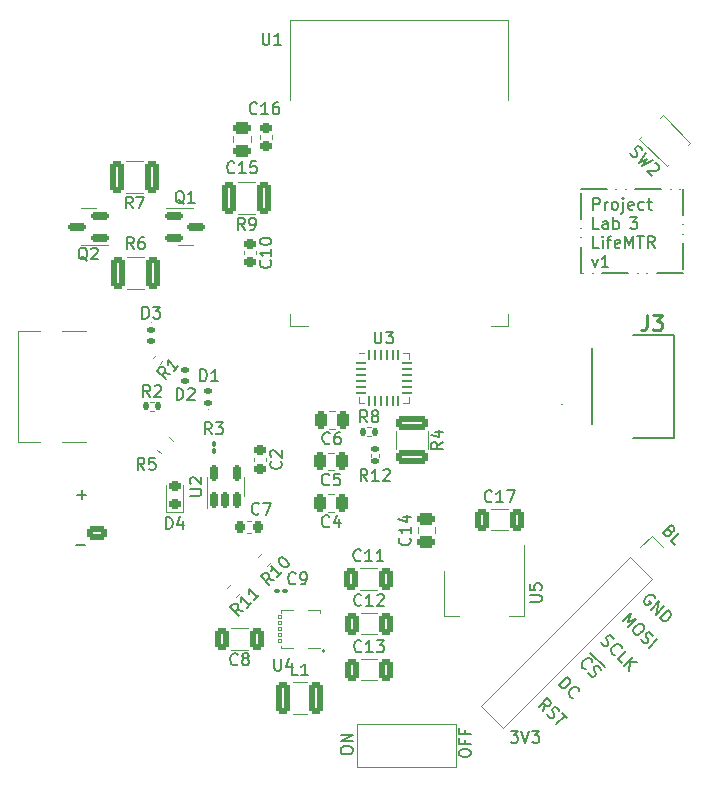
<source format=gbr>
%TF.GenerationSoftware,KiCad,Pcbnew,(7.0.0)*%
%TF.CreationDate,2023-04-01T17:00:43-05:00*%
%TF.ProjectId,pulse_ox_wearable,70756c73-655f-46f7-985f-776561726162,1*%
%TF.SameCoordinates,Original*%
%TF.FileFunction,Legend,Top*%
%TF.FilePolarity,Positive*%
%FSLAX46Y46*%
G04 Gerber Fmt 4.6, Leading zero omitted, Abs format (unit mm)*
G04 Created by KiCad (PCBNEW (7.0.0)) date 2023-04-01 17:00:43*
%MOMM*%
%LPD*%
G01*
G04 APERTURE LIST*
G04 Aperture macros list*
%AMRoundRect*
0 Rectangle with rounded corners*
0 $1 Rounding radius*
0 $2 $3 $4 $5 $6 $7 $8 $9 X,Y pos of 4 corners*
0 Add a 4 corners polygon primitive as box body*
4,1,4,$2,$3,$4,$5,$6,$7,$8,$9,$2,$3,0*
0 Add four circle primitives for the rounded corners*
1,1,$1+$1,$2,$3*
1,1,$1+$1,$4,$5*
1,1,$1+$1,$6,$7*
1,1,$1+$1,$8,$9*
0 Add four rect primitives between the rounded corners*
20,1,$1+$1,$2,$3,$4,$5,0*
20,1,$1+$1,$4,$5,$6,$7,0*
20,1,$1+$1,$6,$7,$8,$9,0*
20,1,$1+$1,$8,$9,$2,$3,0*%
%AMHorizOval*
0 Thick line with rounded ends*
0 $1 width*
0 $2 $3 position (X,Y) of the first rounded end (center of the circle)*
0 $4 $5 position (X,Y) of the second rounded end (center of the circle)*
0 Add line between two ends*
20,1,$1,$2,$3,$4,$5,0*
0 Add two circle primitives to create the rounded ends*
1,1,$1,$2,$3*
1,1,$1,$4,$5*%
%AMRotRect*
0 Rectangle, with rotation*
0 The origin of the aperture is its center*
0 $1 length*
0 $2 width*
0 $3 Rotation angle, in degrees counterclockwise*
0 Add horizontal line*
21,1,$1,$2,0,0,$3*%
G04 Aperture macros list end*
%ADD10C,0.175000*%
%ADD11C,0.150000*%
%ADD12C,0.200000*%
%ADD13C,0.254000*%
%ADD14C,0.120000*%
%ADD15C,0.100000*%
%ADD16R,1.500000X2.000000*%
%ADD17R,3.800000X2.000000*%
%ADD18RoundRect,0.100000X0.100000X-0.130000X0.100000X0.130000X-0.100000X0.130000X-0.100000X-0.130000X0*%
%ADD19RoundRect,0.250000X-1.075000X0.312500X-1.075000X-0.312500X1.075000X-0.312500X1.075000X0.312500X0*%
%ADD20RoundRect,0.250000X-0.325000X-0.650000X0.325000X-0.650000X0.325000X0.650000X-0.325000X0.650000X0*%
%ADD21RoundRect,0.250000X0.250000X0.475000X-0.250000X0.475000X-0.250000X-0.475000X0.250000X-0.475000X0*%
%ADD22RoundRect,0.250000X-0.375000X-1.075000X0.375000X-1.075000X0.375000X1.075000X-0.375000X1.075000X0*%
%ADD23RoundRect,0.250000X0.325000X0.650000X-0.325000X0.650000X-0.325000X-0.650000X0.325000X-0.650000X0*%
%ADD24RoundRect,0.100000X-0.130000X-0.100000X0.130000X-0.100000X0.130000X0.100000X-0.130000X0.100000X0*%
%ADD25RoundRect,0.135000X0.035355X-0.226274X0.226274X-0.035355X-0.035355X0.226274X-0.226274X0.035355X0*%
%ADD26RoundRect,0.147500X0.172500X-0.147500X0.172500X0.147500X-0.172500X0.147500X-0.172500X-0.147500X0*%
%ADD27RoundRect,0.150000X0.150000X-0.512500X0.150000X0.512500X-0.150000X0.512500X-0.150000X-0.512500X0*%
%ADD28RoundRect,0.070000X0.140000X0.140000X-0.140000X0.140000X-0.140000X-0.140000X0.140000X-0.140000X0*%
%ADD29O,0.990000X0.420000*%
%ADD30C,0.600000*%
%ADD31R,0.680000X1.050000*%
%ADD32R,0.260000X0.500000*%
%ADD33R,0.280000X0.700000*%
%ADD34R,1.650000X2.400000*%
%ADD35RoundRect,0.225000X-0.225000X-0.250000X0.225000X-0.250000X0.225000X0.250000X-0.225000X0.250000X0*%
%ADD36C,0.650000*%
%ADD37R,1.450000X0.600000*%
%ADD38R,1.450000X0.300000*%
%ADD39O,2.100000X1.000000*%
%ADD40O,1.600000X1.000000*%
%ADD41RoundRect,0.250000X0.312500X1.075000X-0.312500X1.075000X-0.312500X-1.075000X0.312500X-1.075000X0*%
%ADD42RoundRect,0.135000X0.185000X-0.135000X0.185000X0.135000X-0.185000X0.135000X-0.185000X-0.135000X0*%
%ADD43RoundRect,0.250000X0.475000X-0.250000X0.475000X0.250000X-0.475000X0.250000X-0.475000X-0.250000X0*%
%ADD44RoundRect,0.147500X-0.172500X0.147500X-0.172500X-0.147500X0.172500X-0.147500X0.172500X0.147500X0*%
%ADD45RoundRect,0.218750X0.256250X-0.218750X0.256250X0.218750X-0.256250X0.218750X-0.256250X-0.218750X0*%
%ADD46RoundRect,0.135000X-0.135000X-0.185000X0.135000X-0.185000X0.135000X0.185000X-0.135000X0.185000X0*%
%ADD47RoundRect,0.150000X-0.587500X-0.150000X0.587500X-0.150000X0.587500X0.150000X-0.587500X0.150000X0*%
%ADD48R,1.900000X0.600000*%
%ADD49R,2.800000X2.100000*%
%ADD50RoundRect,0.200000X-0.053033X0.335876X-0.335876X0.053033X0.053033X-0.335876X0.335876X-0.053033X0*%
%ADD51RoundRect,0.225000X-0.250000X0.225000X-0.250000X-0.225000X0.250000X-0.225000X0.250000X0.225000X0*%
%ADD52O,1.524000X1.524000*%
%ADD53RotRect,0.900000X1.700000X135.000000*%
%ADD54RotRect,1.700000X1.700000X315.000000*%
%ADD55HorizOval,1.700000X0.000000X0.000000X0.000000X0.000000X0*%
%ADD56RoundRect,0.062500X-0.350000X-0.062500X0.350000X-0.062500X0.350000X0.062500X-0.350000X0.062500X0*%
%ADD57RoundRect,0.062500X-0.062500X-0.350000X0.062500X-0.350000X0.062500X0.350000X-0.062500X0.350000X0*%
%ADD58R,2.600000X2.600000*%
%ADD59RoundRect,0.250000X-0.475000X0.250000X-0.475000X-0.250000X0.475000X-0.250000X0.475000X0.250000X0*%
%ADD60RoundRect,0.250000X-0.312500X-1.075000X0.312500X-1.075000X0.312500X1.075000X-0.312500X1.075000X0*%
%ADD61RoundRect,0.225000X0.250000X-0.225000X0.250000X0.225000X-0.250000X0.225000X-0.250000X-0.225000X0*%
%ADD62R,1.498600X0.889000*%
%ADD63R,0.889000X1.498600*%
%ADD64R,0.990600X0.990600*%
%ADD65RoundRect,0.250000X-0.503814X-0.132583X-0.132583X-0.503814X0.503814X0.132583X0.132583X0.503814X0*%
%ADD66RoundRect,0.150000X0.587500X0.150000X-0.587500X0.150000X-0.587500X-0.150000X0.587500X-0.150000X0*%
%ADD67RoundRect,0.250000X0.625000X-0.350000X0.625000X0.350000X-0.625000X0.350000X-0.625000X-0.350000X0*%
%ADD68O,1.750000X1.200000*%
G04 APERTURE END LIST*
D10*
X89587500Y-80200000D02*
G75*
G03*
X89587500Y-80200000I-87500J0D01*
G01*
D11*
X90967380Y-88719047D02*
X90967380Y-88528571D01*
X90967380Y-88528571D02*
X91015000Y-88433333D01*
X91015000Y-88433333D02*
X91110238Y-88338095D01*
X91110238Y-88338095D02*
X91300714Y-88290476D01*
X91300714Y-88290476D02*
X91634047Y-88290476D01*
X91634047Y-88290476D02*
X91824523Y-88338095D01*
X91824523Y-88338095D02*
X91919761Y-88433333D01*
X91919761Y-88433333D02*
X91967380Y-88528571D01*
X91967380Y-88528571D02*
X91967380Y-88719047D01*
X91967380Y-88719047D02*
X91919761Y-88814285D01*
X91919761Y-88814285D02*
X91824523Y-88909523D01*
X91824523Y-88909523D02*
X91634047Y-88957142D01*
X91634047Y-88957142D02*
X91300714Y-88957142D01*
X91300714Y-88957142D02*
X91110238Y-88909523D01*
X91110238Y-88909523D02*
X91015000Y-88814285D01*
X91015000Y-88814285D02*
X90967380Y-88719047D01*
X91967380Y-87861904D02*
X90967380Y-87861904D01*
X90967380Y-87861904D02*
X91967380Y-87290476D01*
X91967380Y-87290476D02*
X90967380Y-87290476D01*
X111693643Y-81751196D02*
X111626299Y-81751196D01*
X111626299Y-81751196D02*
X111491612Y-81683852D01*
X111491612Y-81683852D02*
X111424269Y-81616509D01*
X111424269Y-81616509D02*
X111356925Y-81481822D01*
X111356925Y-81481822D02*
X111356925Y-81347135D01*
X111356925Y-81347135D02*
X111390597Y-81246120D01*
X111390597Y-81246120D02*
X111491612Y-81077761D01*
X111491612Y-81077761D02*
X111592627Y-80976746D01*
X111592627Y-80976746D02*
X111760986Y-80875730D01*
X111760986Y-80875730D02*
X111862001Y-80842059D01*
X111862001Y-80842059D02*
X111996688Y-80842059D01*
X111996688Y-80842059D02*
X112131375Y-80909402D01*
X112131375Y-80909402D02*
X112198719Y-80976746D01*
X112198719Y-80976746D02*
X112266062Y-81111433D01*
X112266062Y-81111433D02*
X112266062Y-81178776D01*
X111929345Y-82054242D02*
X111996688Y-82188929D01*
X111996688Y-82188929D02*
X112165047Y-82357287D01*
X112165047Y-82357287D02*
X112266062Y-82390959D01*
X112266062Y-82390959D02*
X112333406Y-82390959D01*
X112333406Y-82390959D02*
X112434421Y-82357287D01*
X112434421Y-82357287D02*
X112501765Y-82289944D01*
X112501765Y-82289944D02*
X112535436Y-82188929D01*
X112535436Y-82188929D02*
X112535436Y-82121585D01*
X112535436Y-82121585D02*
X112501765Y-82020570D01*
X112501765Y-82020570D02*
X112400749Y-81852211D01*
X112400749Y-81852211D02*
X112367078Y-81751196D01*
X112367078Y-81751196D02*
X112367078Y-81683852D01*
X112367078Y-81683852D02*
X112400749Y-81582837D01*
X112400749Y-81582837D02*
X112468093Y-81515494D01*
X112468093Y-81515494D02*
X112569108Y-81481822D01*
X112569108Y-81481822D02*
X112636452Y-81481822D01*
X112636452Y-81481822D02*
X112737467Y-81515494D01*
X112737467Y-81515494D02*
X112905826Y-81683852D01*
X112905826Y-81683852D02*
X112973169Y-81818539D01*
X112080868Y-80360553D02*
X113319988Y-81599673D01*
X113022238Y-79447135D02*
X113089582Y-79581822D01*
X113089582Y-79581822D02*
X113257940Y-79750181D01*
X113257940Y-79750181D02*
X113358956Y-79783852D01*
X113358956Y-79783852D02*
X113426299Y-79783852D01*
X113426299Y-79783852D02*
X113527314Y-79750181D01*
X113527314Y-79750181D02*
X113594658Y-79682837D01*
X113594658Y-79682837D02*
X113628330Y-79581822D01*
X113628330Y-79581822D02*
X113628330Y-79514478D01*
X113628330Y-79514478D02*
X113594658Y-79413463D01*
X113594658Y-79413463D02*
X113493643Y-79245104D01*
X113493643Y-79245104D02*
X113459971Y-79144089D01*
X113459971Y-79144089D02*
X113459971Y-79076746D01*
X113459971Y-79076746D02*
X113493643Y-78975730D01*
X113493643Y-78975730D02*
X113560986Y-78908387D01*
X113560986Y-78908387D02*
X113662001Y-78874715D01*
X113662001Y-78874715D02*
X113729345Y-78874715D01*
X113729345Y-78874715D02*
X113830360Y-78908387D01*
X113830360Y-78908387D02*
X113998719Y-79076746D01*
X113998719Y-79076746D02*
X114066062Y-79211433D01*
X114167078Y-80524631D02*
X114099734Y-80524631D01*
X114099734Y-80524631D02*
X113965047Y-80457287D01*
X113965047Y-80457287D02*
X113897704Y-80389944D01*
X113897704Y-80389944D02*
X113830360Y-80255257D01*
X113830360Y-80255257D02*
X113830360Y-80120570D01*
X113830360Y-80120570D02*
X113864032Y-80019555D01*
X113864032Y-80019555D02*
X113965047Y-79851196D01*
X113965047Y-79851196D02*
X114066062Y-79750181D01*
X114066062Y-79750181D02*
X114234421Y-79649165D01*
X114234421Y-79649165D02*
X114335437Y-79615494D01*
X114335437Y-79615494D02*
X114470124Y-79615494D01*
X114470124Y-79615494D02*
X114604811Y-79682837D01*
X114604811Y-79682837D02*
X114672154Y-79750181D01*
X114672154Y-79750181D02*
X114739498Y-79884868D01*
X114739498Y-79884868D02*
X114739498Y-79952211D01*
X114739498Y-81231738D02*
X114402780Y-80895020D01*
X114402780Y-80895020D02*
X115109887Y-80187913D01*
X114975200Y-81467440D02*
X115682307Y-80760333D01*
X115379261Y-81871501D02*
X115480276Y-81164394D01*
X116086368Y-81164394D02*
X115278246Y-81164394D01*
X118828330Y-70079791D02*
X118895673Y-70214478D01*
X118895673Y-70214478D02*
X118895673Y-70281822D01*
X118895673Y-70281822D02*
X118862001Y-70382837D01*
X118862001Y-70382837D02*
X118760986Y-70483852D01*
X118760986Y-70483852D02*
X118659971Y-70517524D01*
X118659971Y-70517524D02*
X118592627Y-70517524D01*
X118592627Y-70517524D02*
X118491612Y-70483852D01*
X118491612Y-70483852D02*
X118222238Y-70214478D01*
X118222238Y-70214478D02*
X118929345Y-69507372D01*
X118929345Y-69507372D02*
X119165047Y-69743074D01*
X119165047Y-69743074D02*
X119198719Y-69844089D01*
X119198719Y-69844089D02*
X119198719Y-69911433D01*
X119198719Y-69911433D02*
X119165047Y-70012448D01*
X119165047Y-70012448D02*
X119097704Y-70079791D01*
X119097704Y-70079791D02*
X118996688Y-70113463D01*
X118996688Y-70113463D02*
X118929345Y-70113463D01*
X118929345Y-70113463D02*
X118828330Y-70079791D01*
X118828330Y-70079791D02*
X118592627Y-69844089D01*
X119266062Y-71258303D02*
X118929345Y-70921585D01*
X118929345Y-70921585D02*
X119636452Y-70214478D01*
X68638095Y-67001428D02*
X69400000Y-67001428D01*
X69019047Y-67382380D02*
X69019047Y-66620476D01*
X117566062Y-75711433D02*
X117532391Y-75610417D01*
X117532391Y-75610417D02*
X117431375Y-75509402D01*
X117431375Y-75509402D02*
X117296688Y-75442059D01*
X117296688Y-75442059D02*
X117162001Y-75442059D01*
X117162001Y-75442059D02*
X117060986Y-75475730D01*
X117060986Y-75475730D02*
X116892627Y-75576746D01*
X116892627Y-75576746D02*
X116791612Y-75677761D01*
X116791612Y-75677761D02*
X116690597Y-75846120D01*
X116690597Y-75846120D02*
X116656925Y-75947135D01*
X116656925Y-75947135D02*
X116656925Y-76081822D01*
X116656925Y-76081822D02*
X116724269Y-76216509D01*
X116724269Y-76216509D02*
X116791612Y-76283852D01*
X116791612Y-76283852D02*
X116926299Y-76351196D01*
X116926299Y-76351196D02*
X116993643Y-76351196D01*
X116993643Y-76351196D02*
X117229345Y-76115494D01*
X117229345Y-76115494D02*
X117094658Y-75980807D01*
X117229345Y-76721585D02*
X117936452Y-76014478D01*
X117936452Y-76014478D02*
X117633406Y-77125646D01*
X117633406Y-77125646D02*
X118340513Y-76418539D01*
X117970123Y-77462364D02*
X118677230Y-76755257D01*
X118677230Y-76755257D02*
X118845589Y-76923616D01*
X118845589Y-76923616D02*
X118912932Y-77058303D01*
X118912932Y-77058303D02*
X118912932Y-77192990D01*
X118912932Y-77192990D02*
X118879261Y-77294005D01*
X118879261Y-77294005D02*
X118778245Y-77462364D01*
X118778245Y-77462364D02*
X118677230Y-77563379D01*
X118677230Y-77563379D02*
X118508871Y-77664394D01*
X118508871Y-77664394D02*
X118407856Y-77698066D01*
X118407856Y-77698066D02*
X118273169Y-77698066D01*
X118273169Y-77698066D02*
X118138482Y-77630722D01*
X118138482Y-77630722D02*
X117970123Y-77462364D01*
X105342857Y-86982380D02*
X105961904Y-86982380D01*
X105961904Y-86982380D02*
X105628571Y-87363333D01*
X105628571Y-87363333D02*
X105771428Y-87363333D01*
X105771428Y-87363333D02*
X105866666Y-87410952D01*
X105866666Y-87410952D02*
X105914285Y-87458571D01*
X105914285Y-87458571D02*
X105961904Y-87553809D01*
X105961904Y-87553809D02*
X105961904Y-87791904D01*
X105961904Y-87791904D02*
X105914285Y-87887142D01*
X105914285Y-87887142D02*
X105866666Y-87934761D01*
X105866666Y-87934761D02*
X105771428Y-87982380D01*
X105771428Y-87982380D02*
X105485714Y-87982380D01*
X105485714Y-87982380D02*
X105390476Y-87934761D01*
X105390476Y-87934761D02*
X105342857Y-87887142D01*
X106247619Y-86982380D02*
X106580952Y-87982380D01*
X106580952Y-87982380D02*
X106914285Y-86982380D01*
X107152381Y-86982380D02*
X107771428Y-86982380D01*
X107771428Y-86982380D02*
X107438095Y-87363333D01*
X107438095Y-87363333D02*
X107580952Y-87363333D01*
X107580952Y-87363333D02*
X107676190Y-87410952D01*
X107676190Y-87410952D02*
X107723809Y-87458571D01*
X107723809Y-87458571D02*
X107771428Y-87553809D01*
X107771428Y-87553809D02*
X107771428Y-87791904D01*
X107771428Y-87791904D02*
X107723809Y-87887142D01*
X107723809Y-87887142D02*
X107676190Y-87934761D01*
X107676190Y-87934761D02*
X107580952Y-87982380D01*
X107580952Y-87982380D02*
X107295238Y-87982380D01*
X107295238Y-87982380D02*
X107200000Y-87934761D01*
X107200000Y-87934761D02*
X107152381Y-87887142D01*
X68538095Y-71201428D02*
X69300000Y-71201428D01*
X114822238Y-77714478D02*
X115529345Y-77007372D01*
X115529345Y-77007372D02*
X115259971Y-77748150D01*
X115259971Y-77748150D02*
X116000749Y-77478776D01*
X116000749Y-77478776D02*
X115293643Y-78185883D01*
X116472154Y-77950181D02*
X116606841Y-78084868D01*
X116606841Y-78084868D02*
X116640513Y-78185883D01*
X116640513Y-78185883D02*
X116640513Y-78320570D01*
X116640513Y-78320570D02*
X116539497Y-78488929D01*
X116539497Y-78488929D02*
X116303795Y-78724631D01*
X116303795Y-78724631D02*
X116135436Y-78825646D01*
X116135436Y-78825646D02*
X116000749Y-78825646D01*
X116000749Y-78825646D02*
X115899734Y-78791974D01*
X115899734Y-78791974D02*
X115765047Y-78657287D01*
X115765047Y-78657287D02*
X115731375Y-78556272D01*
X115731375Y-78556272D02*
X115731375Y-78421585D01*
X115731375Y-78421585D02*
X115832391Y-78253226D01*
X115832391Y-78253226D02*
X116068093Y-78017524D01*
X116068093Y-78017524D02*
X116236452Y-77916509D01*
X116236452Y-77916509D02*
X116371139Y-77916509D01*
X116371139Y-77916509D02*
X116472154Y-77950181D01*
X116371139Y-79196035D02*
X116438482Y-79330722D01*
X116438482Y-79330722D02*
X116606841Y-79499081D01*
X116606841Y-79499081D02*
X116707856Y-79532753D01*
X116707856Y-79532753D02*
X116775200Y-79532753D01*
X116775200Y-79532753D02*
X116876215Y-79499081D01*
X116876215Y-79499081D02*
X116943558Y-79431738D01*
X116943558Y-79431738D02*
X116977230Y-79330722D01*
X116977230Y-79330722D02*
X116977230Y-79263379D01*
X116977230Y-79263379D02*
X116943558Y-79162364D01*
X116943558Y-79162364D02*
X116842543Y-78994005D01*
X116842543Y-78994005D02*
X116808871Y-78892990D01*
X116808871Y-78892990D02*
X116808871Y-78825646D01*
X116808871Y-78825646D02*
X116842543Y-78724631D01*
X116842543Y-78724631D02*
X116909887Y-78657287D01*
X116909887Y-78657287D02*
X117010902Y-78623616D01*
X117010902Y-78623616D02*
X117078245Y-78623616D01*
X117078245Y-78623616D02*
X117179261Y-78657287D01*
X117179261Y-78657287D02*
X117347619Y-78825646D01*
X117347619Y-78825646D02*
X117414963Y-78960333D01*
X117044574Y-79936814D02*
X117751680Y-79229707D01*
X100967380Y-88952380D02*
X100967380Y-88761904D01*
X100967380Y-88761904D02*
X101015000Y-88666666D01*
X101015000Y-88666666D02*
X101110238Y-88571428D01*
X101110238Y-88571428D02*
X101300714Y-88523809D01*
X101300714Y-88523809D02*
X101634047Y-88523809D01*
X101634047Y-88523809D02*
X101824523Y-88571428D01*
X101824523Y-88571428D02*
X101919761Y-88666666D01*
X101919761Y-88666666D02*
X101967380Y-88761904D01*
X101967380Y-88761904D02*
X101967380Y-88952380D01*
X101967380Y-88952380D02*
X101919761Y-89047618D01*
X101919761Y-89047618D02*
X101824523Y-89142856D01*
X101824523Y-89142856D02*
X101634047Y-89190475D01*
X101634047Y-89190475D02*
X101300714Y-89190475D01*
X101300714Y-89190475D02*
X101110238Y-89142856D01*
X101110238Y-89142856D02*
X101015000Y-89047618D01*
X101015000Y-89047618D02*
X100967380Y-88952380D01*
X101443571Y-87761904D02*
X101443571Y-88095237D01*
X101967380Y-88095237D02*
X100967380Y-88095237D01*
X100967380Y-88095237D02*
X100967380Y-87619047D01*
X101443571Y-86904761D02*
X101443571Y-87238094D01*
X101967380Y-87238094D02*
X100967380Y-87238094D01*
X100967380Y-87238094D02*
X100967380Y-86761904D01*
X109422238Y-83114478D02*
X110129345Y-82407372D01*
X110129345Y-82407372D02*
X110297704Y-82575730D01*
X110297704Y-82575730D02*
X110365047Y-82710417D01*
X110365047Y-82710417D02*
X110365047Y-82845104D01*
X110365047Y-82845104D02*
X110331375Y-82946120D01*
X110331375Y-82946120D02*
X110230360Y-83114478D01*
X110230360Y-83114478D02*
X110129345Y-83215494D01*
X110129345Y-83215494D02*
X109960986Y-83316509D01*
X109960986Y-83316509D02*
X109859971Y-83350181D01*
X109859971Y-83350181D02*
X109725284Y-83350181D01*
X109725284Y-83350181D02*
X109590597Y-83282837D01*
X109590597Y-83282837D02*
X109422238Y-83114478D01*
X110600749Y-84158303D02*
X110533406Y-84158303D01*
X110533406Y-84158303D02*
X110398719Y-84090959D01*
X110398719Y-84090959D02*
X110331375Y-84023616D01*
X110331375Y-84023616D02*
X110264032Y-83888929D01*
X110264032Y-83888929D02*
X110264032Y-83754242D01*
X110264032Y-83754242D02*
X110297704Y-83653226D01*
X110297704Y-83653226D02*
X110398719Y-83484868D01*
X110398719Y-83484868D02*
X110499734Y-83383852D01*
X110499734Y-83383852D02*
X110668093Y-83282837D01*
X110668093Y-83282837D02*
X110769108Y-83249165D01*
X110769108Y-83249165D02*
X110903795Y-83249165D01*
X110903795Y-83249165D02*
X111038482Y-83316509D01*
X111038482Y-83316509D02*
X111105826Y-83383852D01*
X111105826Y-83383852D02*
X111173169Y-83518539D01*
X111173169Y-83518539D02*
X111173169Y-83585883D01*
X108126299Y-85318539D02*
X108227314Y-84746120D01*
X107722238Y-84914478D02*
X108429345Y-84207372D01*
X108429345Y-84207372D02*
X108698719Y-84476746D01*
X108698719Y-84476746D02*
X108732391Y-84577761D01*
X108732391Y-84577761D02*
X108732391Y-84645104D01*
X108732391Y-84645104D02*
X108698719Y-84746120D01*
X108698719Y-84746120D02*
X108597704Y-84847135D01*
X108597704Y-84847135D02*
X108496688Y-84880807D01*
X108496688Y-84880807D02*
X108429345Y-84880807D01*
X108429345Y-84880807D02*
X108328330Y-84847135D01*
X108328330Y-84847135D02*
X108058956Y-84577761D01*
X108429345Y-85554242D02*
X108496688Y-85688929D01*
X108496688Y-85688929D02*
X108665047Y-85857287D01*
X108665047Y-85857287D02*
X108766062Y-85890959D01*
X108766062Y-85890959D02*
X108833406Y-85890959D01*
X108833406Y-85890959D02*
X108934421Y-85857287D01*
X108934421Y-85857287D02*
X109001765Y-85789944D01*
X109001765Y-85789944D02*
X109035436Y-85688929D01*
X109035436Y-85688929D02*
X109035436Y-85621585D01*
X109035436Y-85621585D02*
X109001765Y-85520570D01*
X109001765Y-85520570D02*
X108900749Y-85352211D01*
X108900749Y-85352211D02*
X108867078Y-85251196D01*
X108867078Y-85251196D02*
X108867078Y-85183852D01*
X108867078Y-85183852D02*
X108900749Y-85082837D01*
X108900749Y-85082837D02*
X108968093Y-85015494D01*
X108968093Y-85015494D02*
X109069108Y-84981822D01*
X109069108Y-84981822D02*
X109136452Y-84981822D01*
X109136452Y-84981822D02*
X109237467Y-85015494D01*
X109237467Y-85015494D02*
X109405826Y-85183852D01*
X109405826Y-85183852D02*
X109473169Y-85318539D01*
X109708872Y-85486898D02*
X110112933Y-85890959D01*
X109203795Y-86396035D02*
X109910902Y-85688929D01*
X112338095Y-42852380D02*
X112338095Y-41852380D01*
X112338095Y-41852380D02*
X112719047Y-41852380D01*
X112719047Y-41852380D02*
X112814285Y-41900000D01*
X112814285Y-41900000D02*
X112861904Y-41947619D01*
X112861904Y-41947619D02*
X112909523Y-42042857D01*
X112909523Y-42042857D02*
X112909523Y-42185714D01*
X112909523Y-42185714D02*
X112861904Y-42280952D01*
X112861904Y-42280952D02*
X112814285Y-42328571D01*
X112814285Y-42328571D02*
X112719047Y-42376190D01*
X112719047Y-42376190D02*
X112338095Y-42376190D01*
X113338095Y-42852380D02*
X113338095Y-42185714D01*
X113338095Y-42376190D02*
X113385714Y-42280952D01*
X113385714Y-42280952D02*
X113433333Y-42233333D01*
X113433333Y-42233333D02*
X113528571Y-42185714D01*
X113528571Y-42185714D02*
X113623809Y-42185714D01*
X114100000Y-42852380D02*
X114004762Y-42804761D01*
X114004762Y-42804761D02*
X113957143Y-42757142D01*
X113957143Y-42757142D02*
X113909524Y-42661904D01*
X113909524Y-42661904D02*
X113909524Y-42376190D01*
X113909524Y-42376190D02*
X113957143Y-42280952D01*
X113957143Y-42280952D02*
X114004762Y-42233333D01*
X114004762Y-42233333D02*
X114100000Y-42185714D01*
X114100000Y-42185714D02*
X114242857Y-42185714D01*
X114242857Y-42185714D02*
X114338095Y-42233333D01*
X114338095Y-42233333D02*
X114385714Y-42280952D01*
X114385714Y-42280952D02*
X114433333Y-42376190D01*
X114433333Y-42376190D02*
X114433333Y-42661904D01*
X114433333Y-42661904D02*
X114385714Y-42757142D01*
X114385714Y-42757142D02*
X114338095Y-42804761D01*
X114338095Y-42804761D02*
X114242857Y-42852380D01*
X114242857Y-42852380D02*
X114100000Y-42852380D01*
X114861905Y-42185714D02*
X114861905Y-43042857D01*
X114861905Y-43042857D02*
X114814286Y-43138095D01*
X114814286Y-43138095D02*
X114719048Y-43185714D01*
X114719048Y-43185714D02*
X114671429Y-43185714D01*
X114861905Y-41852380D02*
X114814286Y-41900000D01*
X114814286Y-41900000D02*
X114861905Y-41947619D01*
X114861905Y-41947619D02*
X114909524Y-41900000D01*
X114909524Y-41900000D02*
X114861905Y-41852380D01*
X114861905Y-41852380D02*
X114861905Y-41947619D01*
X115719047Y-42804761D02*
X115623809Y-42852380D01*
X115623809Y-42852380D02*
X115433333Y-42852380D01*
X115433333Y-42852380D02*
X115338095Y-42804761D01*
X115338095Y-42804761D02*
X115290476Y-42709523D01*
X115290476Y-42709523D02*
X115290476Y-42328571D01*
X115290476Y-42328571D02*
X115338095Y-42233333D01*
X115338095Y-42233333D02*
X115433333Y-42185714D01*
X115433333Y-42185714D02*
X115623809Y-42185714D01*
X115623809Y-42185714D02*
X115719047Y-42233333D01*
X115719047Y-42233333D02*
X115766666Y-42328571D01*
X115766666Y-42328571D02*
X115766666Y-42423809D01*
X115766666Y-42423809D02*
X115290476Y-42519047D01*
X116623809Y-42804761D02*
X116528571Y-42852380D01*
X116528571Y-42852380D02*
X116338095Y-42852380D01*
X116338095Y-42852380D02*
X116242857Y-42804761D01*
X116242857Y-42804761D02*
X116195238Y-42757142D01*
X116195238Y-42757142D02*
X116147619Y-42661904D01*
X116147619Y-42661904D02*
X116147619Y-42376190D01*
X116147619Y-42376190D02*
X116195238Y-42280952D01*
X116195238Y-42280952D02*
X116242857Y-42233333D01*
X116242857Y-42233333D02*
X116338095Y-42185714D01*
X116338095Y-42185714D02*
X116528571Y-42185714D01*
X116528571Y-42185714D02*
X116623809Y-42233333D01*
X116909524Y-42185714D02*
X117290476Y-42185714D01*
X117052381Y-41852380D02*
X117052381Y-42709523D01*
X117052381Y-42709523D02*
X117100000Y-42804761D01*
X117100000Y-42804761D02*
X117195238Y-42852380D01*
X117195238Y-42852380D02*
X117290476Y-42852380D01*
X112814285Y-44472380D02*
X112338095Y-44472380D01*
X112338095Y-44472380D02*
X112338095Y-43472380D01*
X113576190Y-44472380D02*
X113576190Y-43948571D01*
X113576190Y-43948571D02*
X113528571Y-43853333D01*
X113528571Y-43853333D02*
X113433333Y-43805714D01*
X113433333Y-43805714D02*
X113242857Y-43805714D01*
X113242857Y-43805714D02*
X113147619Y-43853333D01*
X113576190Y-44424761D02*
X113480952Y-44472380D01*
X113480952Y-44472380D02*
X113242857Y-44472380D01*
X113242857Y-44472380D02*
X113147619Y-44424761D01*
X113147619Y-44424761D02*
X113100000Y-44329523D01*
X113100000Y-44329523D02*
X113100000Y-44234285D01*
X113100000Y-44234285D02*
X113147619Y-44139047D01*
X113147619Y-44139047D02*
X113242857Y-44091428D01*
X113242857Y-44091428D02*
X113480952Y-44091428D01*
X113480952Y-44091428D02*
X113576190Y-44043809D01*
X114052381Y-44472380D02*
X114052381Y-43472380D01*
X114052381Y-43853333D02*
X114147619Y-43805714D01*
X114147619Y-43805714D02*
X114338095Y-43805714D01*
X114338095Y-43805714D02*
X114433333Y-43853333D01*
X114433333Y-43853333D02*
X114480952Y-43900952D01*
X114480952Y-43900952D02*
X114528571Y-43996190D01*
X114528571Y-43996190D02*
X114528571Y-44281904D01*
X114528571Y-44281904D02*
X114480952Y-44377142D01*
X114480952Y-44377142D02*
X114433333Y-44424761D01*
X114433333Y-44424761D02*
X114338095Y-44472380D01*
X114338095Y-44472380D02*
X114147619Y-44472380D01*
X114147619Y-44472380D02*
X114052381Y-44424761D01*
X115461905Y-43472380D02*
X116080952Y-43472380D01*
X116080952Y-43472380D02*
X115747619Y-43853333D01*
X115747619Y-43853333D02*
X115890476Y-43853333D01*
X115890476Y-43853333D02*
X115985714Y-43900952D01*
X115985714Y-43900952D02*
X116033333Y-43948571D01*
X116033333Y-43948571D02*
X116080952Y-44043809D01*
X116080952Y-44043809D02*
X116080952Y-44281904D01*
X116080952Y-44281904D02*
X116033333Y-44377142D01*
X116033333Y-44377142D02*
X115985714Y-44424761D01*
X115985714Y-44424761D02*
X115890476Y-44472380D01*
X115890476Y-44472380D02*
X115604762Y-44472380D01*
X115604762Y-44472380D02*
X115509524Y-44424761D01*
X115509524Y-44424761D02*
X115461905Y-44377142D01*
X112814285Y-46092380D02*
X112338095Y-46092380D01*
X112338095Y-46092380D02*
X112338095Y-45092380D01*
X113147619Y-46092380D02*
X113147619Y-45425714D01*
X113147619Y-45092380D02*
X113100000Y-45140000D01*
X113100000Y-45140000D02*
X113147619Y-45187619D01*
X113147619Y-45187619D02*
X113195238Y-45140000D01*
X113195238Y-45140000D02*
X113147619Y-45092380D01*
X113147619Y-45092380D02*
X113147619Y-45187619D01*
X113480952Y-45425714D02*
X113861904Y-45425714D01*
X113623809Y-46092380D02*
X113623809Y-45235238D01*
X113623809Y-45235238D02*
X113671428Y-45140000D01*
X113671428Y-45140000D02*
X113766666Y-45092380D01*
X113766666Y-45092380D02*
X113861904Y-45092380D01*
X114576190Y-46044761D02*
X114480952Y-46092380D01*
X114480952Y-46092380D02*
X114290476Y-46092380D01*
X114290476Y-46092380D02*
X114195238Y-46044761D01*
X114195238Y-46044761D02*
X114147619Y-45949523D01*
X114147619Y-45949523D02*
X114147619Y-45568571D01*
X114147619Y-45568571D02*
X114195238Y-45473333D01*
X114195238Y-45473333D02*
X114290476Y-45425714D01*
X114290476Y-45425714D02*
X114480952Y-45425714D01*
X114480952Y-45425714D02*
X114576190Y-45473333D01*
X114576190Y-45473333D02*
X114623809Y-45568571D01*
X114623809Y-45568571D02*
X114623809Y-45663809D01*
X114623809Y-45663809D02*
X114147619Y-45759047D01*
X115052381Y-46092380D02*
X115052381Y-45092380D01*
X115052381Y-45092380D02*
X115385714Y-45806666D01*
X115385714Y-45806666D02*
X115719047Y-45092380D01*
X115719047Y-45092380D02*
X115719047Y-46092380D01*
X116052381Y-45092380D02*
X116623809Y-45092380D01*
X116338095Y-46092380D02*
X116338095Y-45092380D01*
X117528571Y-46092380D02*
X117195238Y-45616190D01*
X116957143Y-46092380D02*
X116957143Y-45092380D01*
X116957143Y-45092380D02*
X117338095Y-45092380D01*
X117338095Y-45092380D02*
X117433333Y-45140000D01*
X117433333Y-45140000D02*
X117480952Y-45187619D01*
X117480952Y-45187619D02*
X117528571Y-45282857D01*
X117528571Y-45282857D02*
X117528571Y-45425714D01*
X117528571Y-45425714D02*
X117480952Y-45520952D01*
X117480952Y-45520952D02*
X117433333Y-45568571D01*
X117433333Y-45568571D02*
X117338095Y-45616190D01*
X117338095Y-45616190D02*
X116957143Y-45616190D01*
X112242857Y-47045714D02*
X112480952Y-47712380D01*
X112480952Y-47712380D02*
X112719047Y-47045714D01*
X113623809Y-47712380D02*
X113052381Y-47712380D01*
X113338095Y-47712380D02*
X113338095Y-46712380D01*
X113338095Y-46712380D02*
X113242857Y-46855238D01*
X113242857Y-46855238D02*
X113147619Y-46950476D01*
X113147619Y-46950476D02*
X113052381Y-46998095D01*
D12*
X111300000Y-41100000D02*
X113500000Y-41100000D01*
X114300000Y-41100000D02*
X114300000Y-41100000D01*
X115100000Y-41100000D02*
X115100000Y-41100000D01*
X115900000Y-41100000D02*
X118100000Y-41100000D01*
X118900000Y-41100000D02*
X118900000Y-41100000D01*
X119700000Y-41100000D02*
X119700000Y-41100000D01*
X119900000Y-41100000D02*
X119900000Y-43300000D01*
X119900000Y-44100000D02*
X119900000Y-44100000D01*
X119900000Y-44900000D02*
X119900000Y-44900000D01*
X119900000Y-45700000D02*
X119900000Y-47900000D01*
X119900000Y-48200000D02*
X117700000Y-48200000D01*
X116900000Y-48200000D02*
X116900000Y-48200000D01*
X116100000Y-48200000D02*
X116100000Y-48200000D01*
X115300000Y-48200000D02*
X113100000Y-48200000D01*
X112300000Y-48200000D02*
X112300000Y-48200000D01*
X111500000Y-48200000D02*
X111500000Y-48200000D01*
X111300000Y-48200000D02*
X111300000Y-46000000D01*
X111300000Y-45200000D02*
X111300000Y-45200000D01*
X111300000Y-44400000D02*
X111300000Y-44400000D01*
X111300000Y-43600000D02*
X111300000Y-41400000D01*
D11*
%TO.C,U5*%
X106967380Y-76061904D02*
X107776904Y-76061904D01*
X107776904Y-76061904D02*
X107872142Y-76014285D01*
X107872142Y-76014285D02*
X107919761Y-75966666D01*
X107919761Y-75966666D02*
X107967380Y-75871428D01*
X107967380Y-75871428D02*
X107967380Y-75680952D01*
X107967380Y-75680952D02*
X107919761Y-75585714D01*
X107919761Y-75585714D02*
X107872142Y-75538095D01*
X107872142Y-75538095D02*
X107776904Y-75490476D01*
X107776904Y-75490476D02*
X106967380Y-75490476D01*
X106967380Y-74538095D02*
X106967380Y-75014285D01*
X106967380Y-75014285D02*
X107443571Y-75061904D01*
X107443571Y-75061904D02*
X107395952Y-75014285D01*
X107395952Y-75014285D02*
X107348333Y-74919047D01*
X107348333Y-74919047D02*
X107348333Y-74680952D01*
X107348333Y-74680952D02*
X107395952Y-74585714D01*
X107395952Y-74585714D02*
X107443571Y-74538095D01*
X107443571Y-74538095D02*
X107538809Y-74490476D01*
X107538809Y-74490476D02*
X107776904Y-74490476D01*
X107776904Y-74490476D02*
X107872142Y-74538095D01*
X107872142Y-74538095D02*
X107919761Y-74585714D01*
X107919761Y-74585714D02*
X107967380Y-74680952D01*
X107967380Y-74680952D02*
X107967380Y-74919047D01*
X107967380Y-74919047D02*
X107919761Y-75014285D01*
X107919761Y-75014285D02*
X107872142Y-75061904D01*
%TO.C,R3*%
X80033333Y-61867380D02*
X79700000Y-61391190D01*
X79461905Y-61867380D02*
X79461905Y-60867380D01*
X79461905Y-60867380D02*
X79842857Y-60867380D01*
X79842857Y-60867380D02*
X79938095Y-60915000D01*
X79938095Y-60915000D02*
X79985714Y-60962619D01*
X79985714Y-60962619D02*
X80033333Y-61057857D01*
X80033333Y-61057857D02*
X80033333Y-61200714D01*
X80033333Y-61200714D02*
X79985714Y-61295952D01*
X79985714Y-61295952D02*
X79938095Y-61343571D01*
X79938095Y-61343571D02*
X79842857Y-61391190D01*
X79842857Y-61391190D02*
X79461905Y-61391190D01*
X80366667Y-60867380D02*
X80985714Y-60867380D01*
X80985714Y-60867380D02*
X80652381Y-61248333D01*
X80652381Y-61248333D02*
X80795238Y-61248333D01*
X80795238Y-61248333D02*
X80890476Y-61295952D01*
X80890476Y-61295952D02*
X80938095Y-61343571D01*
X80938095Y-61343571D02*
X80985714Y-61438809D01*
X80985714Y-61438809D02*
X80985714Y-61676904D01*
X80985714Y-61676904D02*
X80938095Y-61772142D01*
X80938095Y-61772142D02*
X80890476Y-61819761D01*
X80890476Y-61819761D02*
X80795238Y-61867380D01*
X80795238Y-61867380D02*
X80509524Y-61867380D01*
X80509524Y-61867380D02*
X80414286Y-61819761D01*
X80414286Y-61819761D02*
X80366667Y-61772142D01*
%TO.C,R4*%
X99609880Y-62516666D02*
X99133690Y-62849999D01*
X99609880Y-63088094D02*
X98609880Y-63088094D01*
X98609880Y-63088094D02*
X98609880Y-62707142D01*
X98609880Y-62707142D02*
X98657500Y-62611904D01*
X98657500Y-62611904D02*
X98705119Y-62564285D01*
X98705119Y-62564285D02*
X98800357Y-62516666D01*
X98800357Y-62516666D02*
X98943214Y-62516666D01*
X98943214Y-62516666D02*
X99038452Y-62564285D01*
X99038452Y-62564285D02*
X99086071Y-62611904D01*
X99086071Y-62611904D02*
X99133690Y-62707142D01*
X99133690Y-62707142D02*
X99133690Y-63088094D01*
X98943214Y-61659523D02*
X99609880Y-61659523D01*
X98562261Y-61897618D02*
X99276547Y-62135713D01*
X99276547Y-62135713D02*
X99276547Y-61516666D01*
%TO.C,C17*%
X103757142Y-67522142D02*
X103709523Y-67569761D01*
X103709523Y-67569761D02*
X103566666Y-67617380D01*
X103566666Y-67617380D02*
X103471428Y-67617380D01*
X103471428Y-67617380D02*
X103328571Y-67569761D01*
X103328571Y-67569761D02*
X103233333Y-67474523D01*
X103233333Y-67474523D02*
X103185714Y-67379285D01*
X103185714Y-67379285D02*
X103138095Y-67188809D01*
X103138095Y-67188809D02*
X103138095Y-67045952D01*
X103138095Y-67045952D02*
X103185714Y-66855476D01*
X103185714Y-66855476D02*
X103233333Y-66760238D01*
X103233333Y-66760238D02*
X103328571Y-66665000D01*
X103328571Y-66665000D02*
X103471428Y-66617380D01*
X103471428Y-66617380D02*
X103566666Y-66617380D01*
X103566666Y-66617380D02*
X103709523Y-66665000D01*
X103709523Y-66665000D02*
X103757142Y-66712619D01*
X104709523Y-67617380D02*
X104138095Y-67617380D01*
X104423809Y-67617380D02*
X104423809Y-66617380D01*
X104423809Y-66617380D02*
X104328571Y-66760238D01*
X104328571Y-66760238D02*
X104233333Y-66855476D01*
X104233333Y-66855476D02*
X104138095Y-66903095D01*
X105042857Y-66617380D02*
X105709523Y-66617380D01*
X105709523Y-66617380D02*
X105280952Y-67617380D01*
%TO.C,C4*%
X89985668Y-69641279D02*
X89938049Y-69688898D01*
X89938049Y-69688898D02*
X89795192Y-69736517D01*
X89795192Y-69736517D02*
X89699954Y-69736517D01*
X89699954Y-69736517D02*
X89557097Y-69688898D01*
X89557097Y-69688898D02*
X89461859Y-69593660D01*
X89461859Y-69593660D02*
X89414240Y-69498422D01*
X89414240Y-69498422D02*
X89366621Y-69307946D01*
X89366621Y-69307946D02*
X89366621Y-69165089D01*
X89366621Y-69165089D02*
X89414240Y-68974613D01*
X89414240Y-68974613D02*
X89461859Y-68879375D01*
X89461859Y-68879375D02*
X89557097Y-68784137D01*
X89557097Y-68784137D02*
X89699954Y-68736517D01*
X89699954Y-68736517D02*
X89795192Y-68736517D01*
X89795192Y-68736517D02*
X89938049Y-68784137D01*
X89938049Y-68784137D02*
X89985668Y-68831756D01*
X90842811Y-69069851D02*
X90842811Y-69736517D01*
X90604716Y-68688898D02*
X90366621Y-69403184D01*
X90366621Y-69403184D02*
X90985668Y-69403184D01*
%TO.C,L1*%
X87333333Y-82287380D02*
X86857143Y-82287380D01*
X86857143Y-82287380D02*
X86857143Y-81287380D01*
X88190476Y-82287380D02*
X87619048Y-82287380D01*
X87904762Y-82287380D02*
X87904762Y-81287380D01*
X87904762Y-81287380D02*
X87809524Y-81430238D01*
X87809524Y-81430238D02*
X87714286Y-81525476D01*
X87714286Y-81525476D02*
X87619048Y-81573095D01*
%TO.C,C8*%
X82233333Y-81322142D02*
X82185714Y-81369761D01*
X82185714Y-81369761D02*
X82042857Y-81417380D01*
X82042857Y-81417380D02*
X81947619Y-81417380D01*
X81947619Y-81417380D02*
X81804762Y-81369761D01*
X81804762Y-81369761D02*
X81709524Y-81274523D01*
X81709524Y-81274523D02*
X81661905Y-81179285D01*
X81661905Y-81179285D02*
X81614286Y-80988809D01*
X81614286Y-80988809D02*
X81614286Y-80845952D01*
X81614286Y-80845952D02*
X81661905Y-80655476D01*
X81661905Y-80655476D02*
X81709524Y-80560238D01*
X81709524Y-80560238D02*
X81804762Y-80465000D01*
X81804762Y-80465000D02*
X81947619Y-80417380D01*
X81947619Y-80417380D02*
X82042857Y-80417380D01*
X82042857Y-80417380D02*
X82185714Y-80465000D01*
X82185714Y-80465000D02*
X82233333Y-80512619D01*
X82804762Y-80845952D02*
X82709524Y-80798333D01*
X82709524Y-80798333D02*
X82661905Y-80750714D01*
X82661905Y-80750714D02*
X82614286Y-80655476D01*
X82614286Y-80655476D02*
X82614286Y-80607857D01*
X82614286Y-80607857D02*
X82661905Y-80512619D01*
X82661905Y-80512619D02*
X82709524Y-80465000D01*
X82709524Y-80465000D02*
X82804762Y-80417380D01*
X82804762Y-80417380D02*
X82995238Y-80417380D01*
X82995238Y-80417380D02*
X83090476Y-80465000D01*
X83090476Y-80465000D02*
X83138095Y-80512619D01*
X83138095Y-80512619D02*
X83185714Y-80607857D01*
X83185714Y-80607857D02*
X83185714Y-80655476D01*
X83185714Y-80655476D02*
X83138095Y-80750714D01*
X83138095Y-80750714D02*
X83090476Y-80798333D01*
X83090476Y-80798333D02*
X82995238Y-80845952D01*
X82995238Y-80845952D02*
X82804762Y-80845952D01*
X82804762Y-80845952D02*
X82709524Y-80893571D01*
X82709524Y-80893571D02*
X82661905Y-80941190D01*
X82661905Y-80941190D02*
X82614286Y-81036428D01*
X82614286Y-81036428D02*
X82614286Y-81226904D01*
X82614286Y-81226904D02*
X82661905Y-81322142D01*
X82661905Y-81322142D02*
X82709524Y-81369761D01*
X82709524Y-81369761D02*
X82804762Y-81417380D01*
X82804762Y-81417380D02*
X82995238Y-81417380D01*
X82995238Y-81417380D02*
X83090476Y-81369761D01*
X83090476Y-81369761D02*
X83138095Y-81322142D01*
X83138095Y-81322142D02*
X83185714Y-81226904D01*
X83185714Y-81226904D02*
X83185714Y-81036428D01*
X83185714Y-81036428D02*
X83138095Y-80941190D01*
X83138095Y-80941190D02*
X83090476Y-80893571D01*
X83090476Y-80893571D02*
X82995238Y-80845952D01*
%TO.C,C9*%
X87133333Y-74472142D02*
X87085714Y-74519761D01*
X87085714Y-74519761D02*
X86942857Y-74567380D01*
X86942857Y-74567380D02*
X86847619Y-74567380D01*
X86847619Y-74567380D02*
X86704762Y-74519761D01*
X86704762Y-74519761D02*
X86609524Y-74424523D01*
X86609524Y-74424523D02*
X86561905Y-74329285D01*
X86561905Y-74329285D02*
X86514286Y-74138809D01*
X86514286Y-74138809D02*
X86514286Y-73995952D01*
X86514286Y-73995952D02*
X86561905Y-73805476D01*
X86561905Y-73805476D02*
X86609524Y-73710238D01*
X86609524Y-73710238D02*
X86704762Y-73615000D01*
X86704762Y-73615000D02*
X86847619Y-73567380D01*
X86847619Y-73567380D02*
X86942857Y-73567380D01*
X86942857Y-73567380D02*
X87085714Y-73615000D01*
X87085714Y-73615000D02*
X87133333Y-73662619D01*
X87609524Y-74567380D02*
X87800000Y-74567380D01*
X87800000Y-74567380D02*
X87895238Y-74519761D01*
X87895238Y-74519761D02*
X87942857Y-74472142D01*
X87942857Y-74472142D02*
X88038095Y-74329285D01*
X88038095Y-74329285D02*
X88085714Y-74138809D01*
X88085714Y-74138809D02*
X88085714Y-73757857D01*
X88085714Y-73757857D02*
X88038095Y-73662619D01*
X88038095Y-73662619D02*
X87990476Y-73615000D01*
X87990476Y-73615000D02*
X87895238Y-73567380D01*
X87895238Y-73567380D02*
X87704762Y-73567380D01*
X87704762Y-73567380D02*
X87609524Y-73615000D01*
X87609524Y-73615000D02*
X87561905Y-73662619D01*
X87561905Y-73662619D02*
X87514286Y-73757857D01*
X87514286Y-73757857D02*
X87514286Y-73995952D01*
X87514286Y-73995952D02*
X87561905Y-74091190D01*
X87561905Y-74091190D02*
X87609524Y-74138809D01*
X87609524Y-74138809D02*
X87704762Y-74186428D01*
X87704762Y-74186428D02*
X87895238Y-74186428D01*
X87895238Y-74186428D02*
X87990476Y-74138809D01*
X87990476Y-74138809D02*
X88038095Y-74091190D01*
X88038095Y-74091190D02*
X88085714Y-73995952D01*
%TO.C,R1*%
X76541926Y-56777628D02*
X75969506Y-56676613D01*
X76137865Y-57181689D02*
X75430758Y-56474582D01*
X75430758Y-56474582D02*
X75700132Y-56205208D01*
X75700132Y-56205208D02*
X75801148Y-56171536D01*
X75801148Y-56171536D02*
X75868491Y-56171536D01*
X75868491Y-56171536D02*
X75969506Y-56205208D01*
X75969506Y-56205208D02*
X76070522Y-56306223D01*
X76070522Y-56306223D02*
X76104193Y-56407239D01*
X76104193Y-56407239D02*
X76104193Y-56474582D01*
X76104193Y-56474582D02*
X76070522Y-56575597D01*
X76070522Y-56575597D02*
X75801148Y-56844971D01*
X77215361Y-56104193D02*
X76811300Y-56508254D01*
X77013331Y-56306223D02*
X76306224Y-55599117D01*
X76306224Y-55599117D02*
X76339896Y-55767475D01*
X76339896Y-55767475D02*
X76339896Y-55902162D01*
X76339896Y-55902162D02*
X76306224Y-56003178D01*
%TO.C,D1*%
X79061905Y-57367380D02*
X79061905Y-56367380D01*
X79061905Y-56367380D02*
X79300000Y-56367380D01*
X79300000Y-56367380D02*
X79442857Y-56415000D01*
X79442857Y-56415000D02*
X79538095Y-56510238D01*
X79538095Y-56510238D02*
X79585714Y-56605476D01*
X79585714Y-56605476D02*
X79633333Y-56795952D01*
X79633333Y-56795952D02*
X79633333Y-56938809D01*
X79633333Y-56938809D02*
X79585714Y-57129285D01*
X79585714Y-57129285D02*
X79538095Y-57224523D01*
X79538095Y-57224523D02*
X79442857Y-57319761D01*
X79442857Y-57319761D02*
X79300000Y-57367380D01*
X79300000Y-57367380D02*
X79061905Y-57367380D01*
X80585714Y-57367380D02*
X80014286Y-57367380D01*
X80300000Y-57367380D02*
X80300000Y-56367380D01*
X80300000Y-56367380D02*
X80204762Y-56510238D01*
X80204762Y-56510238D02*
X80109524Y-56605476D01*
X80109524Y-56605476D02*
X80014286Y-56653095D01*
%TO.C,U2*%
X78167380Y-67061904D02*
X78976904Y-67061904D01*
X78976904Y-67061904D02*
X79072142Y-67014285D01*
X79072142Y-67014285D02*
X79119761Y-66966666D01*
X79119761Y-66966666D02*
X79167380Y-66871428D01*
X79167380Y-66871428D02*
X79167380Y-66680952D01*
X79167380Y-66680952D02*
X79119761Y-66585714D01*
X79119761Y-66585714D02*
X79072142Y-66538095D01*
X79072142Y-66538095D02*
X78976904Y-66490476D01*
X78976904Y-66490476D02*
X78167380Y-66490476D01*
X78262619Y-66061904D02*
X78215000Y-66014285D01*
X78215000Y-66014285D02*
X78167380Y-65919047D01*
X78167380Y-65919047D02*
X78167380Y-65680952D01*
X78167380Y-65680952D02*
X78215000Y-65585714D01*
X78215000Y-65585714D02*
X78262619Y-65538095D01*
X78262619Y-65538095D02*
X78357857Y-65490476D01*
X78357857Y-65490476D02*
X78453095Y-65490476D01*
X78453095Y-65490476D02*
X78595952Y-65538095D01*
X78595952Y-65538095D02*
X79167380Y-66109523D01*
X79167380Y-66109523D02*
X79167380Y-65490476D01*
%TO.C,U4*%
X85338095Y-80867380D02*
X85338095Y-81676904D01*
X85338095Y-81676904D02*
X85385714Y-81772142D01*
X85385714Y-81772142D02*
X85433333Y-81819761D01*
X85433333Y-81819761D02*
X85528571Y-81867380D01*
X85528571Y-81867380D02*
X85719047Y-81867380D01*
X85719047Y-81867380D02*
X85814285Y-81819761D01*
X85814285Y-81819761D02*
X85861904Y-81772142D01*
X85861904Y-81772142D02*
X85909523Y-81676904D01*
X85909523Y-81676904D02*
X85909523Y-80867380D01*
X86814285Y-81200714D02*
X86814285Y-81867380D01*
X86576190Y-80819761D02*
X86338095Y-81534047D01*
X86338095Y-81534047D02*
X86957142Y-81534047D01*
%TO.C,C6*%
X90035667Y-62601280D02*
X89988048Y-62648899D01*
X89988048Y-62648899D02*
X89845191Y-62696518D01*
X89845191Y-62696518D02*
X89749953Y-62696518D01*
X89749953Y-62696518D02*
X89607096Y-62648899D01*
X89607096Y-62648899D02*
X89511858Y-62553661D01*
X89511858Y-62553661D02*
X89464239Y-62458423D01*
X89464239Y-62458423D02*
X89416620Y-62267947D01*
X89416620Y-62267947D02*
X89416620Y-62125090D01*
X89416620Y-62125090D02*
X89464239Y-61934614D01*
X89464239Y-61934614D02*
X89511858Y-61839376D01*
X89511858Y-61839376D02*
X89607096Y-61744138D01*
X89607096Y-61744138D02*
X89749953Y-61696518D01*
X89749953Y-61696518D02*
X89845191Y-61696518D01*
X89845191Y-61696518D02*
X89988048Y-61744138D01*
X89988048Y-61744138D02*
X90035667Y-61791757D01*
X90892810Y-61696518D02*
X90702334Y-61696518D01*
X90702334Y-61696518D02*
X90607096Y-61744138D01*
X90607096Y-61744138D02*
X90559477Y-61791757D01*
X90559477Y-61791757D02*
X90464239Y-61934614D01*
X90464239Y-61934614D02*
X90416620Y-62125090D01*
X90416620Y-62125090D02*
X90416620Y-62506042D01*
X90416620Y-62506042D02*
X90464239Y-62601280D01*
X90464239Y-62601280D02*
X90511858Y-62648899D01*
X90511858Y-62648899D02*
X90607096Y-62696518D01*
X90607096Y-62696518D02*
X90797572Y-62696518D01*
X90797572Y-62696518D02*
X90892810Y-62648899D01*
X90892810Y-62648899D02*
X90940429Y-62601280D01*
X90940429Y-62601280D02*
X90988048Y-62506042D01*
X90988048Y-62506042D02*
X90988048Y-62267947D01*
X90988048Y-62267947D02*
X90940429Y-62172709D01*
X90940429Y-62172709D02*
X90892810Y-62125090D01*
X90892810Y-62125090D02*
X90797572Y-62077471D01*
X90797572Y-62077471D02*
X90607096Y-62077471D01*
X90607096Y-62077471D02*
X90511858Y-62125090D01*
X90511858Y-62125090D02*
X90464239Y-62172709D01*
X90464239Y-62172709D02*
X90416620Y-62267947D01*
%TO.C,C7*%
X84033333Y-68572142D02*
X83985714Y-68619761D01*
X83985714Y-68619761D02*
X83842857Y-68667380D01*
X83842857Y-68667380D02*
X83747619Y-68667380D01*
X83747619Y-68667380D02*
X83604762Y-68619761D01*
X83604762Y-68619761D02*
X83509524Y-68524523D01*
X83509524Y-68524523D02*
X83461905Y-68429285D01*
X83461905Y-68429285D02*
X83414286Y-68238809D01*
X83414286Y-68238809D02*
X83414286Y-68095952D01*
X83414286Y-68095952D02*
X83461905Y-67905476D01*
X83461905Y-67905476D02*
X83509524Y-67810238D01*
X83509524Y-67810238D02*
X83604762Y-67715000D01*
X83604762Y-67715000D02*
X83747619Y-67667380D01*
X83747619Y-67667380D02*
X83842857Y-67667380D01*
X83842857Y-67667380D02*
X83985714Y-67715000D01*
X83985714Y-67715000D02*
X84033333Y-67762619D01*
X84366667Y-67667380D02*
X85033333Y-67667380D01*
X85033333Y-67667380D02*
X84604762Y-68667380D01*
%TO.C,C13*%
X92707142Y-80212141D02*
X92659523Y-80259760D01*
X92659523Y-80259760D02*
X92516666Y-80307379D01*
X92516666Y-80307379D02*
X92421428Y-80307379D01*
X92421428Y-80307379D02*
X92278571Y-80259760D01*
X92278571Y-80259760D02*
X92183333Y-80164522D01*
X92183333Y-80164522D02*
X92135714Y-80069284D01*
X92135714Y-80069284D02*
X92088095Y-79878808D01*
X92088095Y-79878808D02*
X92088095Y-79735951D01*
X92088095Y-79735951D02*
X92135714Y-79545475D01*
X92135714Y-79545475D02*
X92183333Y-79450237D01*
X92183333Y-79450237D02*
X92278571Y-79354999D01*
X92278571Y-79354999D02*
X92421428Y-79307379D01*
X92421428Y-79307379D02*
X92516666Y-79307379D01*
X92516666Y-79307379D02*
X92659523Y-79354999D01*
X92659523Y-79354999D02*
X92707142Y-79402618D01*
X93659523Y-80307379D02*
X93088095Y-80307379D01*
X93373809Y-80307379D02*
X93373809Y-79307379D01*
X93373809Y-79307379D02*
X93278571Y-79450237D01*
X93278571Y-79450237D02*
X93183333Y-79545475D01*
X93183333Y-79545475D02*
X93088095Y-79593094D01*
X93992857Y-79307379D02*
X94611904Y-79307379D01*
X94611904Y-79307379D02*
X94278571Y-79688332D01*
X94278571Y-79688332D02*
X94421428Y-79688332D01*
X94421428Y-79688332D02*
X94516666Y-79735951D01*
X94516666Y-79735951D02*
X94564285Y-79783570D01*
X94564285Y-79783570D02*
X94611904Y-79878808D01*
X94611904Y-79878808D02*
X94611904Y-80116903D01*
X94611904Y-80116903D02*
X94564285Y-80212141D01*
X94564285Y-80212141D02*
X94516666Y-80259760D01*
X94516666Y-80259760D02*
X94421428Y-80307379D01*
X94421428Y-80307379D02*
X94135714Y-80307379D01*
X94135714Y-80307379D02*
X94040476Y-80259760D01*
X94040476Y-80259760D02*
X93992857Y-80212141D01*
%TO.C,R9*%
X82833333Y-44547380D02*
X82500000Y-44071190D01*
X82261905Y-44547380D02*
X82261905Y-43547380D01*
X82261905Y-43547380D02*
X82642857Y-43547380D01*
X82642857Y-43547380D02*
X82738095Y-43595000D01*
X82738095Y-43595000D02*
X82785714Y-43642619D01*
X82785714Y-43642619D02*
X82833333Y-43737857D01*
X82833333Y-43737857D02*
X82833333Y-43880714D01*
X82833333Y-43880714D02*
X82785714Y-43975952D01*
X82785714Y-43975952D02*
X82738095Y-44023571D01*
X82738095Y-44023571D02*
X82642857Y-44071190D01*
X82642857Y-44071190D02*
X82261905Y-44071190D01*
X83309524Y-44547380D02*
X83500000Y-44547380D01*
X83500000Y-44547380D02*
X83595238Y-44499761D01*
X83595238Y-44499761D02*
X83642857Y-44452142D01*
X83642857Y-44452142D02*
X83738095Y-44309285D01*
X83738095Y-44309285D02*
X83785714Y-44118809D01*
X83785714Y-44118809D02*
X83785714Y-43737857D01*
X83785714Y-43737857D02*
X83738095Y-43642619D01*
X83738095Y-43642619D02*
X83690476Y-43595000D01*
X83690476Y-43595000D02*
X83595238Y-43547380D01*
X83595238Y-43547380D02*
X83404762Y-43547380D01*
X83404762Y-43547380D02*
X83309524Y-43595000D01*
X83309524Y-43595000D02*
X83261905Y-43642619D01*
X83261905Y-43642619D02*
X83214286Y-43737857D01*
X83214286Y-43737857D02*
X83214286Y-43975952D01*
X83214286Y-43975952D02*
X83261905Y-44071190D01*
X83261905Y-44071190D02*
X83309524Y-44118809D01*
X83309524Y-44118809D02*
X83404762Y-44166428D01*
X83404762Y-44166428D02*
X83595238Y-44166428D01*
X83595238Y-44166428D02*
X83690476Y-44118809D01*
X83690476Y-44118809D02*
X83738095Y-44071190D01*
X83738095Y-44071190D02*
X83785714Y-43975952D01*
%TO.C,R12*%
X93219642Y-65817380D02*
X92886309Y-65341190D01*
X92648214Y-65817380D02*
X92648214Y-64817380D01*
X92648214Y-64817380D02*
X93029166Y-64817380D01*
X93029166Y-64817380D02*
X93124404Y-64865000D01*
X93124404Y-64865000D02*
X93172023Y-64912619D01*
X93172023Y-64912619D02*
X93219642Y-65007857D01*
X93219642Y-65007857D02*
X93219642Y-65150714D01*
X93219642Y-65150714D02*
X93172023Y-65245952D01*
X93172023Y-65245952D02*
X93124404Y-65293571D01*
X93124404Y-65293571D02*
X93029166Y-65341190D01*
X93029166Y-65341190D02*
X92648214Y-65341190D01*
X94172023Y-65817380D02*
X93600595Y-65817380D01*
X93886309Y-65817380D02*
X93886309Y-64817380D01*
X93886309Y-64817380D02*
X93791071Y-64960238D01*
X93791071Y-64960238D02*
X93695833Y-65055476D01*
X93695833Y-65055476D02*
X93600595Y-65103095D01*
X94552976Y-64912619D02*
X94600595Y-64865000D01*
X94600595Y-64865000D02*
X94695833Y-64817380D01*
X94695833Y-64817380D02*
X94933928Y-64817380D01*
X94933928Y-64817380D02*
X95029166Y-64865000D01*
X95029166Y-64865000D02*
X95076785Y-64912619D01*
X95076785Y-64912619D02*
X95124404Y-65007857D01*
X95124404Y-65007857D02*
X95124404Y-65103095D01*
X95124404Y-65103095D02*
X95076785Y-65245952D01*
X95076785Y-65245952D02*
X94505357Y-65817380D01*
X94505357Y-65817380D02*
X95124404Y-65817380D01*
%TO.C,C14*%
X96792142Y-70642857D02*
X96839761Y-70690476D01*
X96839761Y-70690476D02*
X96887380Y-70833333D01*
X96887380Y-70833333D02*
X96887380Y-70928571D01*
X96887380Y-70928571D02*
X96839761Y-71071428D01*
X96839761Y-71071428D02*
X96744523Y-71166666D01*
X96744523Y-71166666D02*
X96649285Y-71214285D01*
X96649285Y-71214285D02*
X96458809Y-71261904D01*
X96458809Y-71261904D02*
X96315952Y-71261904D01*
X96315952Y-71261904D02*
X96125476Y-71214285D01*
X96125476Y-71214285D02*
X96030238Y-71166666D01*
X96030238Y-71166666D02*
X95935000Y-71071428D01*
X95935000Y-71071428D02*
X95887380Y-70928571D01*
X95887380Y-70928571D02*
X95887380Y-70833333D01*
X95887380Y-70833333D02*
X95935000Y-70690476D01*
X95935000Y-70690476D02*
X95982619Y-70642857D01*
X96887380Y-69690476D02*
X96887380Y-70261904D01*
X96887380Y-69976190D02*
X95887380Y-69976190D01*
X95887380Y-69976190D02*
X96030238Y-70071428D01*
X96030238Y-70071428D02*
X96125476Y-70166666D01*
X96125476Y-70166666D02*
X96173095Y-70261904D01*
X96220714Y-68833333D02*
X96887380Y-68833333D01*
X95839761Y-69071428D02*
X96554047Y-69309523D01*
X96554047Y-69309523D02*
X96554047Y-68690476D01*
%TO.C,D2*%
X77061905Y-58967380D02*
X77061905Y-57967380D01*
X77061905Y-57967380D02*
X77300000Y-57967380D01*
X77300000Y-57967380D02*
X77442857Y-58015000D01*
X77442857Y-58015000D02*
X77538095Y-58110238D01*
X77538095Y-58110238D02*
X77585714Y-58205476D01*
X77585714Y-58205476D02*
X77633333Y-58395952D01*
X77633333Y-58395952D02*
X77633333Y-58538809D01*
X77633333Y-58538809D02*
X77585714Y-58729285D01*
X77585714Y-58729285D02*
X77538095Y-58824523D01*
X77538095Y-58824523D02*
X77442857Y-58919761D01*
X77442857Y-58919761D02*
X77300000Y-58967380D01*
X77300000Y-58967380D02*
X77061905Y-58967380D01*
X78014286Y-58062619D02*
X78061905Y-58015000D01*
X78061905Y-58015000D02*
X78157143Y-57967380D01*
X78157143Y-57967380D02*
X78395238Y-57967380D01*
X78395238Y-57967380D02*
X78490476Y-58015000D01*
X78490476Y-58015000D02*
X78538095Y-58062619D01*
X78538095Y-58062619D02*
X78585714Y-58157857D01*
X78585714Y-58157857D02*
X78585714Y-58253095D01*
X78585714Y-58253095D02*
X78538095Y-58395952D01*
X78538095Y-58395952D02*
X77966667Y-58967380D01*
X77966667Y-58967380D02*
X78585714Y-58967380D01*
%TO.C,D4*%
X76161905Y-69867380D02*
X76161905Y-68867380D01*
X76161905Y-68867380D02*
X76400000Y-68867380D01*
X76400000Y-68867380D02*
X76542857Y-68915000D01*
X76542857Y-68915000D02*
X76638095Y-69010238D01*
X76638095Y-69010238D02*
X76685714Y-69105476D01*
X76685714Y-69105476D02*
X76733333Y-69295952D01*
X76733333Y-69295952D02*
X76733333Y-69438809D01*
X76733333Y-69438809D02*
X76685714Y-69629285D01*
X76685714Y-69629285D02*
X76638095Y-69724523D01*
X76638095Y-69724523D02*
X76542857Y-69819761D01*
X76542857Y-69819761D02*
X76400000Y-69867380D01*
X76400000Y-69867380D02*
X76161905Y-69867380D01*
X77590476Y-69200714D02*
X77590476Y-69867380D01*
X77352381Y-68819761D02*
X77114286Y-69534047D01*
X77114286Y-69534047D02*
X77733333Y-69534047D01*
%TO.C,R8*%
X93195833Y-60847380D02*
X92862500Y-60371190D01*
X92624405Y-60847380D02*
X92624405Y-59847380D01*
X92624405Y-59847380D02*
X93005357Y-59847380D01*
X93005357Y-59847380D02*
X93100595Y-59895000D01*
X93100595Y-59895000D02*
X93148214Y-59942619D01*
X93148214Y-59942619D02*
X93195833Y-60037857D01*
X93195833Y-60037857D02*
X93195833Y-60180714D01*
X93195833Y-60180714D02*
X93148214Y-60275952D01*
X93148214Y-60275952D02*
X93100595Y-60323571D01*
X93100595Y-60323571D02*
X93005357Y-60371190D01*
X93005357Y-60371190D02*
X92624405Y-60371190D01*
X93767262Y-60275952D02*
X93672024Y-60228333D01*
X93672024Y-60228333D02*
X93624405Y-60180714D01*
X93624405Y-60180714D02*
X93576786Y-60085476D01*
X93576786Y-60085476D02*
X93576786Y-60037857D01*
X93576786Y-60037857D02*
X93624405Y-59942619D01*
X93624405Y-59942619D02*
X93672024Y-59895000D01*
X93672024Y-59895000D02*
X93767262Y-59847380D01*
X93767262Y-59847380D02*
X93957738Y-59847380D01*
X93957738Y-59847380D02*
X94052976Y-59895000D01*
X94052976Y-59895000D02*
X94100595Y-59942619D01*
X94100595Y-59942619D02*
X94148214Y-60037857D01*
X94148214Y-60037857D02*
X94148214Y-60085476D01*
X94148214Y-60085476D02*
X94100595Y-60180714D01*
X94100595Y-60180714D02*
X94052976Y-60228333D01*
X94052976Y-60228333D02*
X93957738Y-60275952D01*
X93957738Y-60275952D02*
X93767262Y-60275952D01*
X93767262Y-60275952D02*
X93672024Y-60323571D01*
X93672024Y-60323571D02*
X93624405Y-60371190D01*
X93624405Y-60371190D02*
X93576786Y-60466428D01*
X93576786Y-60466428D02*
X93576786Y-60656904D01*
X93576786Y-60656904D02*
X93624405Y-60752142D01*
X93624405Y-60752142D02*
X93672024Y-60799761D01*
X93672024Y-60799761D02*
X93767262Y-60847380D01*
X93767262Y-60847380D02*
X93957738Y-60847380D01*
X93957738Y-60847380D02*
X94052976Y-60799761D01*
X94052976Y-60799761D02*
X94100595Y-60752142D01*
X94100595Y-60752142D02*
X94148214Y-60656904D01*
X94148214Y-60656904D02*
X94148214Y-60466428D01*
X94148214Y-60466428D02*
X94100595Y-60371190D01*
X94100595Y-60371190D02*
X94052976Y-60323571D01*
X94052976Y-60323571D02*
X93957738Y-60275952D01*
%TO.C,C11*%
X92657142Y-72522142D02*
X92609523Y-72569761D01*
X92609523Y-72569761D02*
X92466666Y-72617380D01*
X92466666Y-72617380D02*
X92371428Y-72617380D01*
X92371428Y-72617380D02*
X92228571Y-72569761D01*
X92228571Y-72569761D02*
X92133333Y-72474523D01*
X92133333Y-72474523D02*
X92085714Y-72379285D01*
X92085714Y-72379285D02*
X92038095Y-72188809D01*
X92038095Y-72188809D02*
X92038095Y-72045952D01*
X92038095Y-72045952D02*
X92085714Y-71855476D01*
X92085714Y-71855476D02*
X92133333Y-71760238D01*
X92133333Y-71760238D02*
X92228571Y-71665000D01*
X92228571Y-71665000D02*
X92371428Y-71617380D01*
X92371428Y-71617380D02*
X92466666Y-71617380D01*
X92466666Y-71617380D02*
X92609523Y-71665000D01*
X92609523Y-71665000D02*
X92657142Y-71712619D01*
X93609523Y-72617380D02*
X93038095Y-72617380D01*
X93323809Y-72617380D02*
X93323809Y-71617380D01*
X93323809Y-71617380D02*
X93228571Y-71760238D01*
X93228571Y-71760238D02*
X93133333Y-71855476D01*
X93133333Y-71855476D02*
X93038095Y-71903095D01*
X94561904Y-72617380D02*
X93990476Y-72617380D01*
X94276190Y-72617380D02*
X94276190Y-71617380D01*
X94276190Y-71617380D02*
X94180952Y-71760238D01*
X94180952Y-71760238D02*
X94085714Y-71855476D01*
X94085714Y-71855476D02*
X93990476Y-71903095D01*
%TO.C,Q1*%
X77704761Y-42362619D02*
X77609523Y-42315000D01*
X77609523Y-42315000D02*
X77514285Y-42219761D01*
X77514285Y-42219761D02*
X77371428Y-42076904D01*
X77371428Y-42076904D02*
X77276190Y-42029285D01*
X77276190Y-42029285D02*
X77180952Y-42029285D01*
X77228571Y-42267380D02*
X77133333Y-42219761D01*
X77133333Y-42219761D02*
X77038095Y-42124523D01*
X77038095Y-42124523D02*
X76990476Y-41934047D01*
X76990476Y-41934047D02*
X76990476Y-41600714D01*
X76990476Y-41600714D02*
X77038095Y-41410238D01*
X77038095Y-41410238D02*
X77133333Y-41315000D01*
X77133333Y-41315000D02*
X77228571Y-41267380D01*
X77228571Y-41267380D02*
X77419047Y-41267380D01*
X77419047Y-41267380D02*
X77514285Y-41315000D01*
X77514285Y-41315000D02*
X77609523Y-41410238D01*
X77609523Y-41410238D02*
X77657142Y-41600714D01*
X77657142Y-41600714D02*
X77657142Y-41934047D01*
X77657142Y-41934047D02*
X77609523Y-42124523D01*
X77609523Y-42124523D02*
X77514285Y-42219761D01*
X77514285Y-42219761D02*
X77419047Y-42267380D01*
X77419047Y-42267380D02*
X77228571Y-42267380D01*
X78609523Y-42267380D02*
X78038095Y-42267380D01*
X78323809Y-42267380D02*
X78323809Y-41267380D01*
X78323809Y-41267380D02*
X78228571Y-41410238D01*
X78228571Y-41410238D02*
X78133333Y-41505476D01*
X78133333Y-41505476D02*
X78038095Y-41553095D01*
D13*
%TO.C,J3*%
X116876667Y-51796573D02*
X116876667Y-52703716D01*
X116876667Y-52703716D02*
X116816190Y-52885145D01*
X116816190Y-52885145D02*
X116695238Y-53006097D01*
X116695238Y-53006097D02*
X116513809Y-53066573D01*
X116513809Y-53066573D02*
X116392857Y-53066573D01*
X117360476Y-51796573D02*
X118146667Y-51796573D01*
X118146667Y-51796573D02*
X117723333Y-52280383D01*
X117723333Y-52280383D02*
X117904762Y-52280383D01*
X117904762Y-52280383D02*
X118025714Y-52340859D01*
X118025714Y-52340859D02*
X118086190Y-52401335D01*
X118086190Y-52401335D02*
X118146667Y-52522288D01*
X118146667Y-52522288D02*
X118146667Y-52824669D01*
X118146667Y-52824669D02*
X118086190Y-52945621D01*
X118086190Y-52945621D02*
X118025714Y-53006097D01*
X118025714Y-53006097D02*
X117904762Y-53066573D01*
X117904762Y-53066573D02*
X117541905Y-53066573D01*
X117541905Y-53066573D02*
X117420952Y-53006097D01*
X117420952Y-53006097D02*
X117360476Y-52945621D01*
D11*
%TO.C,R11*%
X82716371Y-76825509D02*
X82143952Y-76724493D01*
X82312310Y-77229570D02*
X81605204Y-76522463D01*
X81605204Y-76522463D02*
X81874578Y-76253089D01*
X81874578Y-76253089D02*
X81975593Y-76219417D01*
X81975593Y-76219417D02*
X82042936Y-76219417D01*
X82042936Y-76219417D02*
X82143952Y-76253089D01*
X82143952Y-76253089D02*
X82244967Y-76354104D01*
X82244967Y-76354104D02*
X82278639Y-76455119D01*
X82278639Y-76455119D02*
X82278639Y-76522463D01*
X82278639Y-76522463D02*
X82244967Y-76623478D01*
X82244967Y-76623478D02*
X81975593Y-76892852D01*
X83389806Y-76152074D02*
X82985745Y-76556135D01*
X83187776Y-76354104D02*
X82480669Y-75646997D01*
X82480669Y-75646997D02*
X82514341Y-75815356D01*
X82514341Y-75815356D02*
X82514341Y-75950043D01*
X82514341Y-75950043D02*
X82480669Y-76051058D01*
X84063241Y-75478639D02*
X83659180Y-75882700D01*
X83861211Y-75680669D02*
X83154104Y-74973562D01*
X83154104Y-74973562D02*
X83187776Y-75141921D01*
X83187776Y-75141921D02*
X83187776Y-75276608D01*
X83187776Y-75276608D02*
X83154104Y-75377623D01*
%TO.C,C16*%
X83857142Y-34672142D02*
X83809523Y-34719761D01*
X83809523Y-34719761D02*
X83666666Y-34767380D01*
X83666666Y-34767380D02*
X83571428Y-34767380D01*
X83571428Y-34767380D02*
X83428571Y-34719761D01*
X83428571Y-34719761D02*
X83333333Y-34624523D01*
X83333333Y-34624523D02*
X83285714Y-34529285D01*
X83285714Y-34529285D02*
X83238095Y-34338809D01*
X83238095Y-34338809D02*
X83238095Y-34195952D01*
X83238095Y-34195952D02*
X83285714Y-34005476D01*
X83285714Y-34005476D02*
X83333333Y-33910238D01*
X83333333Y-33910238D02*
X83428571Y-33815000D01*
X83428571Y-33815000D02*
X83571428Y-33767380D01*
X83571428Y-33767380D02*
X83666666Y-33767380D01*
X83666666Y-33767380D02*
X83809523Y-33815000D01*
X83809523Y-33815000D02*
X83857142Y-33862619D01*
X84809523Y-34767380D02*
X84238095Y-34767380D01*
X84523809Y-34767380D02*
X84523809Y-33767380D01*
X84523809Y-33767380D02*
X84428571Y-33910238D01*
X84428571Y-33910238D02*
X84333333Y-34005476D01*
X84333333Y-34005476D02*
X84238095Y-34053095D01*
X85666666Y-33767380D02*
X85476190Y-33767380D01*
X85476190Y-33767380D02*
X85380952Y-33815000D01*
X85380952Y-33815000D02*
X85333333Y-33862619D01*
X85333333Y-33862619D02*
X85238095Y-34005476D01*
X85238095Y-34005476D02*
X85190476Y-34195952D01*
X85190476Y-34195952D02*
X85190476Y-34576904D01*
X85190476Y-34576904D02*
X85238095Y-34672142D01*
X85238095Y-34672142D02*
X85285714Y-34719761D01*
X85285714Y-34719761D02*
X85380952Y-34767380D01*
X85380952Y-34767380D02*
X85571428Y-34767380D01*
X85571428Y-34767380D02*
X85666666Y-34719761D01*
X85666666Y-34719761D02*
X85714285Y-34672142D01*
X85714285Y-34672142D02*
X85761904Y-34576904D01*
X85761904Y-34576904D02*
X85761904Y-34338809D01*
X85761904Y-34338809D02*
X85714285Y-34243571D01*
X85714285Y-34243571D02*
X85666666Y-34195952D01*
X85666666Y-34195952D02*
X85571428Y-34148333D01*
X85571428Y-34148333D02*
X85380952Y-34148333D01*
X85380952Y-34148333D02*
X85285714Y-34195952D01*
X85285714Y-34195952D02*
X85238095Y-34243571D01*
X85238095Y-34243571D02*
X85190476Y-34338809D01*
%TO.C,SW2*%
X115463318Y-38051064D02*
X115530662Y-38185751D01*
X115530662Y-38185751D02*
X115699020Y-38354109D01*
X115699020Y-38354109D02*
X115800036Y-38387781D01*
X115800036Y-38387781D02*
X115867379Y-38387781D01*
X115867379Y-38387781D02*
X115968394Y-38354109D01*
X115968394Y-38354109D02*
X116035738Y-38286766D01*
X116035738Y-38286766D02*
X116069410Y-38185751D01*
X116069410Y-38185751D02*
X116069410Y-38118407D01*
X116069410Y-38118407D02*
X116035738Y-38017392D01*
X116035738Y-38017392D02*
X115934723Y-37849033D01*
X115934723Y-37849033D02*
X115901051Y-37748018D01*
X115901051Y-37748018D02*
X115901051Y-37680674D01*
X115901051Y-37680674D02*
X115934723Y-37579659D01*
X115934723Y-37579659D02*
X116002066Y-37512316D01*
X116002066Y-37512316D02*
X116103081Y-37478644D01*
X116103081Y-37478644D02*
X116170425Y-37478644D01*
X116170425Y-37478644D02*
X116271440Y-37512316D01*
X116271440Y-37512316D02*
X116439799Y-37680674D01*
X116439799Y-37680674D02*
X116507142Y-37815361D01*
X116776516Y-38017392D02*
X116237768Y-38892857D01*
X116237768Y-38892857D02*
X116877532Y-38522468D01*
X116877532Y-38522468D02*
X116507142Y-39162231D01*
X116507142Y-39162231D02*
X117382608Y-38623483D01*
X117550967Y-38926529D02*
X117618310Y-38926529D01*
X117618310Y-38926529D02*
X117719325Y-38960201D01*
X117719325Y-38960201D02*
X117887684Y-39128560D01*
X117887684Y-39128560D02*
X117921356Y-39229575D01*
X117921356Y-39229575D02*
X117921356Y-39296918D01*
X117921356Y-39296918D02*
X117887684Y-39397934D01*
X117887684Y-39397934D02*
X117820341Y-39465277D01*
X117820341Y-39465277D02*
X117685654Y-39532621D01*
X117685654Y-39532621D02*
X116877532Y-39532621D01*
X116877532Y-39532621D02*
X117315264Y-39970353D01*
%TO.C,D3*%
X74161905Y-52067380D02*
X74161905Y-51067380D01*
X74161905Y-51067380D02*
X74400000Y-51067380D01*
X74400000Y-51067380D02*
X74542857Y-51115000D01*
X74542857Y-51115000D02*
X74638095Y-51210238D01*
X74638095Y-51210238D02*
X74685714Y-51305476D01*
X74685714Y-51305476D02*
X74733333Y-51495952D01*
X74733333Y-51495952D02*
X74733333Y-51638809D01*
X74733333Y-51638809D02*
X74685714Y-51829285D01*
X74685714Y-51829285D02*
X74638095Y-51924523D01*
X74638095Y-51924523D02*
X74542857Y-52019761D01*
X74542857Y-52019761D02*
X74400000Y-52067380D01*
X74400000Y-52067380D02*
X74161905Y-52067380D01*
X75066667Y-51067380D02*
X75685714Y-51067380D01*
X75685714Y-51067380D02*
X75352381Y-51448333D01*
X75352381Y-51448333D02*
X75495238Y-51448333D01*
X75495238Y-51448333D02*
X75590476Y-51495952D01*
X75590476Y-51495952D02*
X75638095Y-51543571D01*
X75638095Y-51543571D02*
X75685714Y-51638809D01*
X75685714Y-51638809D02*
X75685714Y-51876904D01*
X75685714Y-51876904D02*
X75638095Y-51972142D01*
X75638095Y-51972142D02*
X75590476Y-52019761D01*
X75590476Y-52019761D02*
X75495238Y-52067380D01*
X75495238Y-52067380D02*
X75209524Y-52067380D01*
X75209524Y-52067380D02*
X75114286Y-52019761D01*
X75114286Y-52019761D02*
X75066667Y-51972142D01*
%TO.C,U3*%
X93838095Y-53167380D02*
X93838095Y-53976904D01*
X93838095Y-53976904D02*
X93885714Y-54072142D01*
X93885714Y-54072142D02*
X93933333Y-54119761D01*
X93933333Y-54119761D02*
X94028571Y-54167380D01*
X94028571Y-54167380D02*
X94219047Y-54167380D01*
X94219047Y-54167380D02*
X94314285Y-54119761D01*
X94314285Y-54119761D02*
X94361904Y-54072142D01*
X94361904Y-54072142D02*
X94409523Y-53976904D01*
X94409523Y-53976904D02*
X94409523Y-53167380D01*
X94790476Y-53167380D02*
X95409523Y-53167380D01*
X95409523Y-53167380D02*
X95076190Y-53548333D01*
X95076190Y-53548333D02*
X95219047Y-53548333D01*
X95219047Y-53548333D02*
X95314285Y-53595952D01*
X95314285Y-53595952D02*
X95361904Y-53643571D01*
X95361904Y-53643571D02*
X95409523Y-53738809D01*
X95409523Y-53738809D02*
X95409523Y-53976904D01*
X95409523Y-53976904D02*
X95361904Y-54072142D01*
X95361904Y-54072142D02*
X95314285Y-54119761D01*
X95314285Y-54119761D02*
X95219047Y-54167380D01*
X95219047Y-54167380D02*
X94933333Y-54167380D01*
X94933333Y-54167380D02*
X94838095Y-54119761D01*
X94838095Y-54119761D02*
X94790476Y-54072142D01*
%TO.C,R7*%
X73333333Y-42747380D02*
X73000000Y-42271190D01*
X72761905Y-42747380D02*
X72761905Y-41747380D01*
X72761905Y-41747380D02*
X73142857Y-41747380D01*
X73142857Y-41747380D02*
X73238095Y-41795000D01*
X73238095Y-41795000D02*
X73285714Y-41842619D01*
X73285714Y-41842619D02*
X73333333Y-41937857D01*
X73333333Y-41937857D02*
X73333333Y-42080714D01*
X73333333Y-42080714D02*
X73285714Y-42175952D01*
X73285714Y-42175952D02*
X73238095Y-42223571D01*
X73238095Y-42223571D02*
X73142857Y-42271190D01*
X73142857Y-42271190D02*
X72761905Y-42271190D01*
X73666667Y-41747380D02*
X74333333Y-41747380D01*
X74333333Y-41747380D02*
X73904762Y-42747380D01*
%TO.C,R10*%
X85332666Y-74209214D02*
X84760247Y-74108198D01*
X84928605Y-74613275D02*
X84221499Y-73906168D01*
X84221499Y-73906168D02*
X84490873Y-73636794D01*
X84490873Y-73636794D02*
X84591888Y-73603122D01*
X84591888Y-73603122D02*
X84659231Y-73603122D01*
X84659231Y-73603122D02*
X84760247Y-73636794D01*
X84760247Y-73636794D02*
X84861262Y-73737809D01*
X84861262Y-73737809D02*
X84894934Y-73838824D01*
X84894934Y-73838824D02*
X84894934Y-73906168D01*
X84894934Y-73906168D02*
X84861262Y-74007183D01*
X84861262Y-74007183D02*
X84591888Y-74276557D01*
X86006101Y-73535779D02*
X85602040Y-73939840D01*
X85804071Y-73737809D02*
X85096964Y-73030702D01*
X85096964Y-73030702D02*
X85130636Y-73199061D01*
X85130636Y-73199061D02*
X85130636Y-73333748D01*
X85130636Y-73333748D02*
X85096964Y-73434763D01*
X85736727Y-72390939D02*
X85804071Y-72323596D01*
X85804071Y-72323596D02*
X85905086Y-72289924D01*
X85905086Y-72289924D02*
X85972430Y-72289924D01*
X85972430Y-72289924D02*
X86073445Y-72323596D01*
X86073445Y-72323596D02*
X86241804Y-72424611D01*
X86241804Y-72424611D02*
X86410162Y-72592970D01*
X86410162Y-72592970D02*
X86511178Y-72761328D01*
X86511178Y-72761328D02*
X86544849Y-72862344D01*
X86544849Y-72862344D02*
X86544849Y-72929687D01*
X86544849Y-72929687D02*
X86511178Y-73030702D01*
X86511178Y-73030702D02*
X86443834Y-73098046D01*
X86443834Y-73098046D02*
X86342819Y-73131718D01*
X86342819Y-73131718D02*
X86275475Y-73131718D01*
X86275475Y-73131718D02*
X86174460Y-73098046D01*
X86174460Y-73098046D02*
X86006101Y-72997031D01*
X86006101Y-72997031D02*
X85837743Y-72828672D01*
X85837743Y-72828672D02*
X85736727Y-72660313D01*
X85736727Y-72660313D02*
X85703056Y-72559298D01*
X85703056Y-72559298D02*
X85703056Y-72491954D01*
X85703056Y-72491954D02*
X85736727Y-72390939D01*
%TO.C,C10*%
X85002142Y-47142857D02*
X85049761Y-47190476D01*
X85049761Y-47190476D02*
X85097380Y-47333333D01*
X85097380Y-47333333D02*
X85097380Y-47428571D01*
X85097380Y-47428571D02*
X85049761Y-47571428D01*
X85049761Y-47571428D02*
X84954523Y-47666666D01*
X84954523Y-47666666D02*
X84859285Y-47714285D01*
X84859285Y-47714285D02*
X84668809Y-47761904D01*
X84668809Y-47761904D02*
X84525952Y-47761904D01*
X84525952Y-47761904D02*
X84335476Y-47714285D01*
X84335476Y-47714285D02*
X84240238Y-47666666D01*
X84240238Y-47666666D02*
X84145000Y-47571428D01*
X84145000Y-47571428D02*
X84097380Y-47428571D01*
X84097380Y-47428571D02*
X84097380Y-47333333D01*
X84097380Y-47333333D02*
X84145000Y-47190476D01*
X84145000Y-47190476D02*
X84192619Y-47142857D01*
X85097380Y-46190476D02*
X85097380Y-46761904D01*
X85097380Y-46476190D02*
X84097380Y-46476190D01*
X84097380Y-46476190D02*
X84240238Y-46571428D01*
X84240238Y-46571428D02*
X84335476Y-46666666D01*
X84335476Y-46666666D02*
X84383095Y-46761904D01*
X84097380Y-45571428D02*
X84097380Y-45476190D01*
X84097380Y-45476190D02*
X84145000Y-45380952D01*
X84145000Y-45380952D02*
X84192619Y-45333333D01*
X84192619Y-45333333D02*
X84287857Y-45285714D01*
X84287857Y-45285714D02*
X84478333Y-45238095D01*
X84478333Y-45238095D02*
X84716428Y-45238095D01*
X84716428Y-45238095D02*
X84906904Y-45285714D01*
X84906904Y-45285714D02*
X85002142Y-45333333D01*
X85002142Y-45333333D02*
X85049761Y-45380952D01*
X85049761Y-45380952D02*
X85097380Y-45476190D01*
X85097380Y-45476190D02*
X85097380Y-45571428D01*
X85097380Y-45571428D02*
X85049761Y-45666666D01*
X85049761Y-45666666D02*
X85002142Y-45714285D01*
X85002142Y-45714285D02*
X84906904Y-45761904D01*
X84906904Y-45761904D02*
X84716428Y-45809523D01*
X84716428Y-45809523D02*
X84478333Y-45809523D01*
X84478333Y-45809523D02*
X84287857Y-45761904D01*
X84287857Y-45761904D02*
X84192619Y-45714285D01*
X84192619Y-45714285D02*
X84145000Y-45666666D01*
X84145000Y-45666666D02*
X84097380Y-45571428D01*
%TO.C,C15*%
X81957142Y-39672142D02*
X81909523Y-39719761D01*
X81909523Y-39719761D02*
X81766666Y-39767380D01*
X81766666Y-39767380D02*
X81671428Y-39767380D01*
X81671428Y-39767380D02*
X81528571Y-39719761D01*
X81528571Y-39719761D02*
X81433333Y-39624523D01*
X81433333Y-39624523D02*
X81385714Y-39529285D01*
X81385714Y-39529285D02*
X81338095Y-39338809D01*
X81338095Y-39338809D02*
X81338095Y-39195952D01*
X81338095Y-39195952D02*
X81385714Y-39005476D01*
X81385714Y-39005476D02*
X81433333Y-38910238D01*
X81433333Y-38910238D02*
X81528571Y-38815000D01*
X81528571Y-38815000D02*
X81671428Y-38767380D01*
X81671428Y-38767380D02*
X81766666Y-38767380D01*
X81766666Y-38767380D02*
X81909523Y-38815000D01*
X81909523Y-38815000D02*
X81957142Y-38862619D01*
X82909523Y-39767380D02*
X82338095Y-39767380D01*
X82623809Y-39767380D02*
X82623809Y-38767380D01*
X82623809Y-38767380D02*
X82528571Y-38910238D01*
X82528571Y-38910238D02*
X82433333Y-39005476D01*
X82433333Y-39005476D02*
X82338095Y-39053095D01*
X83814285Y-38767380D02*
X83338095Y-38767380D01*
X83338095Y-38767380D02*
X83290476Y-39243571D01*
X83290476Y-39243571D02*
X83338095Y-39195952D01*
X83338095Y-39195952D02*
X83433333Y-39148333D01*
X83433333Y-39148333D02*
X83671428Y-39148333D01*
X83671428Y-39148333D02*
X83766666Y-39195952D01*
X83766666Y-39195952D02*
X83814285Y-39243571D01*
X83814285Y-39243571D02*
X83861904Y-39338809D01*
X83861904Y-39338809D02*
X83861904Y-39576904D01*
X83861904Y-39576904D02*
X83814285Y-39672142D01*
X83814285Y-39672142D02*
X83766666Y-39719761D01*
X83766666Y-39719761D02*
X83671428Y-39767380D01*
X83671428Y-39767380D02*
X83433333Y-39767380D01*
X83433333Y-39767380D02*
X83338095Y-39719761D01*
X83338095Y-39719761D02*
X83290476Y-39672142D01*
%TO.C,R6*%
X73433333Y-46167380D02*
X73100000Y-45691190D01*
X72861905Y-46167380D02*
X72861905Y-45167380D01*
X72861905Y-45167380D02*
X73242857Y-45167380D01*
X73242857Y-45167380D02*
X73338095Y-45215000D01*
X73338095Y-45215000D02*
X73385714Y-45262619D01*
X73385714Y-45262619D02*
X73433333Y-45357857D01*
X73433333Y-45357857D02*
X73433333Y-45500714D01*
X73433333Y-45500714D02*
X73385714Y-45595952D01*
X73385714Y-45595952D02*
X73338095Y-45643571D01*
X73338095Y-45643571D02*
X73242857Y-45691190D01*
X73242857Y-45691190D02*
X72861905Y-45691190D01*
X74290476Y-45167380D02*
X74100000Y-45167380D01*
X74100000Y-45167380D02*
X74004762Y-45215000D01*
X74004762Y-45215000D02*
X73957143Y-45262619D01*
X73957143Y-45262619D02*
X73861905Y-45405476D01*
X73861905Y-45405476D02*
X73814286Y-45595952D01*
X73814286Y-45595952D02*
X73814286Y-45976904D01*
X73814286Y-45976904D02*
X73861905Y-46072142D01*
X73861905Y-46072142D02*
X73909524Y-46119761D01*
X73909524Y-46119761D02*
X74004762Y-46167380D01*
X74004762Y-46167380D02*
X74195238Y-46167380D01*
X74195238Y-46167380D02*
X74290476Y-46119761D01*
X74290476Y-46119761D02*
X74338095Y-46072142D01*
X74338095Y-46072142D02*
X74385714Y-45976904D01*
X74385714Y-45976904D02*
X74385714Y-45738809D01*
X74385714Y-45738809D02*
X74338095Y-45643571D01*
X74338095Y-45643571D02*
X74290476Y-45595952D01*
X74290476Y-45595952D02*
X74195238Y-45548333D01*
X74195238Y-45548333D02*
X74004762Y-45548333D01*
X74004762Y-45548333D02*
X73909524Y-45595952D01*
X73909524Y-45595952D02*
X73861905Y-45643571D01*
X73861905Y-45643571D02*
X73814286Y-45738809D01*
%TO.C,C5*%
X89985668Y-66101279D02*
X89938049Y-66148898D01*
X89938049Y-66148898D02*
X89795192Y-66196517D01*
X89795192Y-66196517D02*
X89699954Y-66196517D01*
X89699954Y-66196517D02*
X89557097Y-66148898D01*
X89557097Y-66148898D02*
X89461859Y-66053660D01*
X89461859Y-66053660D02*
X89414240Y-65958422D01*
X89414240Y-65958422D02*
X89366621Y-65767946D01*
X89366621Y-65767946D02*
X89366621Y-65625089D01*
X89366621Y-65625089D02*
X89414240Y-65434613D01*
X89414240Y-65434613D02*
X89461859Y-65339375D01*
X89461859Y-65339375D02*
X89557097Y-65244137D01*
X89557097Y-65244137D02*
X89699954Y-65196517D01*
X89699954Y-65196517D02*
X89795192Y-65196517D01*
X89795192Y-65196517D02*
X89938049Y-65244137D01*
X89938049Y-65244137D02*
X89985668Y-65291756D01*
X90890430Y-65196517D02*
X90414240Y-65196517D01*
X90414240Y-65196517D02*
X90366621Y-65672708D01*
X90366621Y-65672708D02*
X90414240Y-65625089D01*
X90414240Y-65625089D02*
X90509478Y-65577470D01*
X90509478Y-65577470D02*
X90747573Y-65577470D01*
X90747573Y-65577470D02*
X90842811Y-65625089D01*
X90842811Y-65625089D02*
X90890430Y-65672708D01*
X90890430Y-65672708D02*
X90938049Y-65767946D01*
X90938049Y-65767946D02*
X90938049Y-66006041D01*
X90938049Y-66006041D02*
X90890430Y-66101279D01*
X90890430Y-66101279D02*
X90842811Y-66148898D01*
X90842811Y-66148898D02*
X90747573Y-66196517D01*
X90747573Y-66196517D02*
X90509478Y-66196517D01*
X90509478Y-66196517D02*
X90414240Y-66148898D01*
X90414240Y-66148898D02*
X90366621Y-66101279D01*
%TO.C,C2*%
X85872142Y-64166666D02*
X85919761Y-64214285D01*
X85919761Y-64214285D02*
X85967380Y-64357142D01*
X85967380Y-64357142D02*
X85967380Y-64452380D01*
X85967380Y-64452380D02*
X85919761Y-64595237D01*
X85919761Y-64595237D02*
X85824523Y-64690475D01*
X85824523Y-64690475D02*
X85729285Y-64738094D01*
X85729285Y-64738094D02*
X85538809Y-64785713D01*
X85538809Y-64785713D02*
X85395952Y-64785713D01*
X85395952Y-64785713D02*
X85205476Y-64738094D01*
X85205476Y-64738094D02*
X85110238Y-64690475D01*
X85110238Y-64690475D02*
X85015000Y-64595237D01*
X85015000Y-64595237D02*
X84967380Y-64452380D01*
X84967380Y-64452380D02*
X84967380Y-64357142D01*
X84967380Y-64357142D02*
X85015000Y-64214285D01*
X85015000Y-64214285D02*
X85062619Y-64166666D01*
X85062619Y-63785713D02*
X85015000Y-63738094D01*
X85015000Y-63738094D02*
X84967380Y-63642856D01*
X84967380Y-63642856D02*
X84967380Y-63404761D01*
X84967380Y-63404761D02*
X85015000Y-63309523D01*
X85015000Y-63309523D02*
X85062619Y-63261904D01*
X85062619Y-63261904D02*
X85157857Y-63214285D01*
X85157857Y-63214285D02*
X85253095Y-63214285D01*
X85253095Y-63214285D02*
X85395952Y-63261904D01*
X85395952Y-63261904D02*
X85967380Y-63833332D01*
X85967380Y-63833332D02*
X85967380Y-63214285D01*
%TO.C,U1*%
X84349496Y-27877787D02*
X84349496Y-28687311D01*
X84349496Y-28687311D02*
X84397115Y-28782549D01*
X84397115Y-28782549D02*
X84444734Y-28830168D01*
X84444734Y-28830168D02*
X84539972Y-28877787D01*
X84539972Y-28877787D02*
X84730448Y-28877787D01*
X84730448Y-28877787D02*
X84825686Y-28830168D01*
X84825686Y-28830168D02*
X84873305Y-28782549D01*
X84873305Y-28782549D02*
X84920924Y-28687311D01*
X84920924Y-28687311D02*
X84920924Y-27877787D01*
X85920924Y-28877787D02*
X85349496Y-28877787D01*
X85635210Y-28877787D02*
X85635210Y-27877787D01*
X85635210Y-27877787D02*
X85539972Y-28020645D01*
X85539972Y-28020645D02*
X85444734Y-28115883D01*
X85444734Y-28115883D02*
X85349496Y-28163502D01*
%TO.C,R2*%
X74833333Y-58697380D02*
X74500000Y-58221190D01*
X74261905Y-58697380D02*
X74261905Y-57697380D01*
X74261905Y-57697380D02*
X74642857Y-57697380D01*
X74642857Y-57697380D02*
X74738095Y-57745000D01*
X74738095Y-57745000D02*
X74785714Y-57792619D01*
X74785714Y-57792619D02*
X74833333Y-57887857D01*
X74833333Y-57887857D02*
X74833333Y-58030714D01*
X74833333Y-58030714D02*
X74785714Y-58125952D01*
X74785714Y-58125952D02*
X74738095Y-58173571D01*
X74738095Y-58173571D02*
X74642857Y-58221190D01*
X74642857Y-58221190D02*
X74261905Y-58221190D01*
X75214286Y-57792619D02*
X75261905Y-57745000D01*
X75261905Y-57745000D02*
X75357143Y-57697380D01*
X75357143Y-57697380D02*
X75595238Y-57697380D01*
X75595238Y-57697380D02*
X75690476Y-57745000D01*
X75690476Y-57745000D02*
X75738095Y-57792619D01*
X75738095Y-57792619D02*
X75785714Y-57887857D01*
X75785714Y-57887857D02*
X75785714Y-57983095D01*
X75785714Y-57983095D02*
X75738095Y-58125952D01*
X75738095Y-58125952D02*
X75166667Y-58697380D01*
X75166667Y-58697380D02*
X75785714Y-58697380D01*
%TO.C,R5*%
X74333333Y-64867380D02*
X74000000Y-64391190D01*
X73761905Y-64867380D02*
X73761905Y-63867380D01*
X73761905Y-63867380D02*
X74142857Y-63867380D01*
X74142857Y-63867380D02*
X74238095Y-63915000D01*
X74238095Y-63915000D02*
X74285714Y-63962619D01*
X74285714Y-63962619D02*
X74333333Y-64057857D01*
X74333333Y-64057857D02*
X74333333Y-64200714D01*
X74333333Y-64200714D02*
X74285714Y-64295952D01*
X74285714Y-64295952D02*
X74238095Y-64343571D01*
X74238095Y-64343571D02*
X74142857Y-64391190D01*
X74142857Y-64391190D02*
X73761905Y-64391190D01*
X75238095Y-63867380D02*
X74761905Y-63867380D01*
X74761905Y-63867380D02*
X74714286Y-64343571D01*
X74714286Y-64343571D02*
X74761905Y-64295952D01*
X74761905Y-64295952D02*
X74857143Y-64248333D01*
X74857143Y-64248333D02*
X75095238Y-64248333D01*
X75095238Y-64248333D02*
X75190476Y-64295952D01*
X75190476Y-64295952D02*
X75238095Y-64343571D01*
X75238095Y-64343571D02*
X75285714Y-64438809D01*
X75285714Y-64438809D02*
X75285714Y-64676904D01*
X75285714Y-64676904D02*
X75238095Y-64772142D01*
X75238095Y-64772142D02*
X75190476Y-64819761D01*
X75190476Y-64819761D02*
X75095238Y-64867380D01*
X75095238Y-64867380D02*
X74857143Y-64867380D01*
X74857143Y-64867380D02*
X74761905Y-64819761D01*
X74761905Y-64819761D02*
X74714286Y-64772142D01*
%TO.C,Q2*%
X69504760Y-47162619D02*
X69409522Y-47115000D01*
X69409522Y-47115000D02*
X69314284Y-47019761D01*
X69314284Y-47019761D02*
X69171427Y-46876904D01*
X69171427Y-46876904D02*
X69076189Y-46829285D01*
X69076189Y-46829285D02*
X68980951Y-46829285D01*
X69028570Y-47067380D02*
X68933332Y-47019761D01*
X68933332Y-47019761D02*
X68838094Y-46924523D01*
X68838094Y-46924523D02*
X68790475Y-46734047D01*
X68790475Y-46734047D02*
X68790475Y-46400714D01*
X68790475Y-46400714D02*
X68838094Y-46210238D01*
X68838094Y-46210238D02*
X68933332Y-46115000D01*
X68933332Y-46115000D02*
X69028570Y-46067380D01*
X69028570Y-46067380D02*
X69219046Y-46067380D01*
X69219046Y-46067380D02*
X69314284Y-46115000D01*
X69314284Y-46115000D02*
X69409522Y-46210238D01*
X69409522Y-46210238D02*
X69457141Y-46400714D01*
X69457141Y-46400714D02*
X69457141Y-46734047D01*
X69457141Y-46734047D02*
X69409522Y-46924523D01*
X69409522Y-46924523D02*
X69314284Y-47019761D01*
X69314284Y-47019761D02*
X69219046Y-47067380D01*
X69219046Y-47067380D02*
X69028570Y-47067380D01*
X69838094Y-46162619D02*
X69885713Y-46115000D01*
X69885713Y-46115000D02*
X69980951Y-46067380D01*
X69980951Y-46067380D02*
X70219046Y-46067380D01*
X70219046Y-46067380D02*
X70314284Y-46115000D01*
X70314284Y-46115000D02*
X70361903Y-46162619D01*
X70361903Y-46162619D02*
X70409522Y-46257857D01*
X70409522Y-46257857D02*
X70409522Y-46353095D01*
X70409522Y-46353095D02*
X70361903Y-46495952D01*
X70361903Y-46495952D02*
X69790475Y-47067380D01*
X69790475Y-47067380D02*
X70409522Y-47067380D01*
%TO.C,C12*%
X92707142Y-76312142D02*
X92659523Y-76359761D01*
X92659523Y-76359761D02*
X92516666Y-76407380D01*
X92516666Y-76407380D02*
X92421428Y-76407380D01*
X92421428Y-76407380D02*
X92278571Y-76359761D01*
X92278571Y-76359761D02*
X92183333Y-76264523D01*
X92183333Y-76264523D02*
X92135714Y-76169285D01*
X92135714Y-76169285D02*
X92088095Y-75978809D01*
X92088095Y-75978809D02*
X92088095Y-75835952D01*
X92088095Y-75835952D02*
X92135714Y-75645476D01*
X92135714Y-75645476D02*
X92183333Y-75550238D01*
X92183333Y-75550238D02*
X92278571Y-75455000D01*
X92278571Y-75455000D02*
X92421428Y-75407380D01*
X92421428Y-75407380D02*
X92516666Y-75407380D01*
X92516666Y-75407380D02*
X92659523Y-75455000D01*
X92659523Y-75455000D02*
X92707142Y-75502619D01*
X93659523Y-76407380D02*
X93088095Y-76407380D01*
X93373809Y-76407380D02*
X93373809Y-75407380D01*
X93373809Y-75407380D02*
X93278571Y-75550238D01*
X93278571Y-75550238D02*
X93183333Y-75645476D01*
X93183333Y-75645476D02*
X93088095Y-75693095D01*
X94040476Y-75502619D02*
X94088095Y-75455000D01*
X94088095Y-75455000D02*
X94183333Y-75407380D01*
X94183333Y-75407380D02*
X94421428Y-75407380D01*
X94421428Y-75407380D02*
X94516666Y-75455000D01*
X94516666Y-75455000D02*
X94564285Y-75502619D01*
X94564285Y-75502619D02*
X94611904Y-75597857D01*
X94611904Y-75597857D02*
X94611904Y-75693095D01*
X94611904Y-75693095D02*
X94564285Y-75835952D01*
X94564285Y-75835952D02*
X93992857Y-76407380D01*
X93992857Y-76407380D02*
X94611904Y-76407380D01*
D14*
%TO.C,U5*%
X106510000Y-71200000D02*
X106510000Y-77210000D01*
X99690000Y-73450000D02*
X99690000Y-77210000D01*
X106510000Y-77210000D02*
X105250000Y-77210000D01*
X99690000Y-77210000D02*
X100950000Y-77210000D01*
%TO.C,R4*%
X98317500Y-61626263D02*
X98317500Y-63073737D01*
X95607500Y-61626263D02*
X95607500Y-63073737D01*
%TO.C,C17*%
X103688748Y-68190000D02*
X105111252Y-68190000D01*
X103688748Y-70010000D02*
X105111252Y-70010000D01*
%TO.C,C4*%
X90413587Y-68424137D02*
X89891083Y-68424137D01*
X90413587Y-66954137D02*
X89891083Y-66954137D01*
%TO.C,L1*%
X86897936Y-82840000D02*
X88102064Y-82840000D01*
X86897936Y-85560000D02*
X88102064Y-85560000D01*
%TO.C,C8*%
X83111252Y-80110000D02*
X81688748Y-80110000D01*
X83111252Y-78290000D02*
X81688748Y-78290000D01*
%TO.C,R1*%
X75096385Y-55366214D02*
X75313666Y-55148933D01*
X75633786Y-55903615D02*
X75851067Y-55686334D01*
D15*
%TO.C,D1*%
X79750000Y-59790000D02*
G75*
G03*
X79750000Y-59790000I-50000J0D01*
G01*
D14*
%TO.C,U2*%
X79640000Y-66300000D02*
X79640000Y-68100000D01*
X79640000Y-66300000D02*
X79640000Y-65500000D01*
X82760000Y-66300000D02*
X82760000Y-67100000D01*
X82760000Y-66300000D02*
X82760000Y-65500000D01*
%TO.C,U4*%
X89175000Y-79995000D02*
X88200000Y-79995000D01*
X89175000Y-76745000D02*
X89175000Y-76970000D01*
X89175000Y-76745000D02*
X88200000Y-76745000D01*
X86900000Y-79995000D02*
X85925000Y-79995000D01*
X86900000Y-76745000D02*
X85925000Y-76745000D01*
X85925000Y-79770000D02*
X85925000Y-79995000D01*
X85925000Y-76970000D02*
X85925000Y-76745000D01*
%TO.C,C6*%
X90463586Y-61384138D02*
X89941082Y-61384138D01*
X90463586Y-59914138D02*
X89941082Y-59914138D01*
%TO.C,C7*%
X83059420Y-69190000D02*
X83340580Y-69190000D01*
X83059420Y-70210000D02*
X83340580Y-70210000D01*
%TO.C,J2*%
X69400000Y-53100000D02*
X67400000Y-53100000D01*
X65500000Y-53100000D02*
X63600000Y-53100000D01*
X63600000Y-53100000D02*
X63600000Y-62500000D01*
X69400000Y-62500000D02*
X67400000Y-62500000D01*
X65500000Y-62500000D02*
X63600000Y-62500000D01*
%TO.C,C13*%
X92638748Y-80879999D02*
X94061252Y-80879999D01*
X92638748Y-82699999D02*
X94061252Y-82699999D01*
%TO.C,R9*%
X83723737Y-43255000D02*
X82276263Y-43255000D01*
X83723737Y-40545000D02*
X82276263Y-40545000D01*
%TO.C,R12*%
X93482500Y-63803641D02*
X93482500Y-63496359D01*
X94242500Y-63803641D02*
X94242500Y-63496359D01*
%TO.C,C14*%
X97465000Y-70261252D02*
X97465000Y-69738748D01*
X98935000Y-70261252D02*
X98935000Y-69738748D01*
D15*
%TO.C,D2*%
X77850000Y-55810000D02*
G75*
G03*
X77850000Y-55810000I-50000J0D01*
G01*
D14*
%TO.C,D4*%
X76165000Y-68485000D02*
X77635000Y-68485000D01*
X77635000Y-68485000D02*
X77635000Y-66200000D01*
X76165000Y-66200000D02*
X76165000Y-68485000D01*
%TO.C,R8*%
X93208859Y-61270000D02*
X93516141Y-61270000D01*
X93208859Y-62030000D02*
X93516141Y-62030000D01*
%TO.C,C11*%
X92588748Y-73190000D02*
X94011252Y-73190000D01*
X92588748Y-75010000D02*
X94011252Y-75010000D01*
%TO.C,Q1*%
X77800000Y-42740000D02*
X76125000Y-42740000D01*
X77800000Y-42740000D02*
X78450000Y-42740000D01*
X77800000Y-45860000D02*
X77150000Y-45860000D01*
X77800000Y-45860000D02*
X78450000Y-45860000D01*
D12*
%TO.C,J3*%
X115712625Y-62150000D02*
X119162625Y-62150000D01*
X119162625Y-62150000D02*
X119162625Y-53450000D01*
X112262625Y-61000000D02*
X112262625Y-54600000D01*
X119162625Y-53450000D02*
X115712625Y-53450000D01*
X109689875Y-59337000D02*
G75*
G03*
X109689875Y-59337000I-26250J0D01*
G01*
D14*
%TO.C,R11*%
X82437230Y-75301697D02*
X82101697Y-75637230D01*
X81698303Y-74562770D02*
X81362770Y-74898303D01*
%TO.C,C16*%
X85110000Y-36559420D02*
X85110000Y-36840580D01*
X84090000Y-36559420D02*
X84090000Y-36840580D01*
%TO.C,SW1*%
X92300000Y-88200000D02*
X92300000Y-86400000D01*
X92300000Y-88200000D02*
X92300000Y-90000000D01*
X92300000Y-90000000D02*
X100700000Y-90000000D01*
X100700000Y-86400000D02*
X92300000Y-86400000D01*
X100700000Y-90000000D02*
X100700000Y-86400000D01*
%TO.C,SW2*%
X118576777Y-39156676D02*
X116243324Y-36823223D01*
X118788909Y-38944544D02*
X118576777Y-39156676D01*
X120344544Y-37388909D02*
X120556676Y-37176777D01*
X120556676Y-37176777D02*
X118223223Y-34843324D01*
X116243324Y-36823223D02*
X116455456Y-36611091D01*
X118223223Y-34843324D02*
X118011091Y-35055456D01*
%TO.C,J4*%
X117280256Y-70438840D02*
X118220708Y-71379292D01*
X116339804Y-71379292D02*
X117280256Y-70438840D01*
X115441778Y-72277318D02*
X102826993Y-84892103D01*
X115441778Y-72277318D02*
X117322682Y-74158222D01*
X102826993Y-84892103D02*
X104707897Y-86773007D01*
X117322682Y-74158222D02*
X104707897Y-86773007D01*
D15*
%TO.C,D3*%
X74950000Y-52410000D02*
G75*
G03*
X74950000Y-52410000I-50000J0D01*
G01*
D14*
%TO.C,U3*%
X92490000Y-59210000D02*
X92490000Y-58735000D01*
X92965000Y-54990000D02*
X92490000Y-54990000D01*
X92965000Y-59210000D02*
X92490000Y-59210000D01*
X96235000Y-54990000D02*
X96710000Y-54990000D01*
X96235000Y-59210000D02*
X96710000Y-59210000D01*
X96710000Y-54990000D02*
X96710000Y-55465000D01*
X96710000Y-59210000D02*
X96710000Y-58735000D01*
%TO.C,R7*%
X74223737Y-41455000D02*
X72776263Y-41455000D01*
X74223737Y-38745000D02*
X72776263Y-38745000D01*
%TO.C,R10*%
X85053525Y-72685402D02*
X84717992Y-73020935D01*
X84314598Y-71946475D02*
X83979065Y-72282008D01*
%TO.C,C10*%
X83810000Y-46359420D02*
X83810000Y-46640580D01*
X82790000Y-46359420D02*
X82790000Y-46640580D01*
%TO.C,C15*%
X83335000Y-36638748D02*
X83335000Y-37161252D01*
X81865000Y-36638748D02*
X81865000Y-37161252D01*
%TO.C,R6*%
X72876263Y-46845000D02*
X74323737Y-46845000D01*
X72876263Y-49555000D02*
X74323737Y-49555000D01*
%TO.C,C5*%
X90413587Y-64884137D02*
X89891083Y-64884137D01*
X90413587Y-63414137D02*
X89891083Y-63414137D01*
%TO.C,C2*%
X83590000Y-64140580D02*
X83590000Y-63859420D01*
X84610000Y-64140580D02*
X84610000Y-63859420D01*
%TO.C,U1*%
X86703901Y-26756407D02*
X86703901Y-33596119D01*
X86703901Y-51660599D02*
X86703901Y-52664407D01*
X86703901Y-52664407D02*
X88149161Y-52664407D01*
X103673641Y-52664407D02*
X105118901Y-52664407D01*
X105118901Y-26756407D02*
X86703901Y-26756407D01*
X105118901Y-33596119D02*
X105118901Y-26756407D01*
X105118901Y-52664407D02*
X105118901Y-51660599D01*
%TO.C,R2*%
X74846359Y-59120000D02*
X75153641Y-59120000D01*
X74846359Y-59880000D02*
X75153641Y-59880000D01*
%TO.C,R5*%
X76459165Y-62119718D02*
X76780282Y-62440835D01*
X75419718Y-63159165D02*
X75740835Y-63480282D01*
%TO.C,Q2*%
X69599999Y-45860000D02*
X71274999Y-45860000D01*
X69599999Y-45860000D02*
X68949999Y-45860000D01*
X69599999Y-42740000D02*
X70249999Y-42740000D01*
X69599999Y-42740000D02*
X68949999Y-42740000D01*
%TO.C,C12*%
X92638748Y-76980000D02*
X94061252Y-76980000D01*
X92638748Y-78800000D02*
X94061252Y-78800000D01*
%TD*%
%LPC*%
D16*
%TO.C,U5*%
X105399999Y-72149999D03*
X103099999Y-72149999D03*
X100799999Y-72149999D03*
D17*
X103099999Y-78449999D03*
%TD*%
D18*
%TO.C,R3*%
X80200000Y-63320000D03*
X80200000Y-62680000D03*
%TD*%
D19*
%TO.C,R4*%
X96962500Y-60887500D03*
X96962500Y-63812500D03*
%TD*%
D20*
%TO.C,C17*%
X102925000Y-69100000D03*
X105875000Y-69100000D03*
%TD*%
D21*
%TO.C,C4*%
X91102335Y-67689137D03*
X89202335Y-67689137D03*
%TD*%
D22*
%TO.C,L1*%
X86100000Y-84200000D03*
X88900000Y-84200000D03*
%TD*%
D23*
%TO.C,C8*%
X83875000Y-79200000D03*
X80925000Y-79200000D03*
%TD*%
D24*
%TO.C,C9*%
X85580000Y-75100000D03*
X86220000Y-75100000D03*
%TD*%
D25*
%TO.C,R1*%
X75113102Y-55886898D03*
X75834350Y-55165650D03*
%TD*%
D26*
%TO.C,D1*%
X79700000Y-59185000D03*
X79700000Y-58215000D03*
%TD*%
D27*
%TO.C,U2*%
X80250000Y-67437500D03*
X81200000Y-67437500D03*
X82150000Y-67437500D03*
X82150000Y-65162500D03*
X80250000Y-65162500D03*
%TD*%
D28*
%TO.C,U4*%
X89310000Y-79370000D03*
D29*
X89024999Y-79369999D03*
D28*
X89310000Y-78870000D03*
D29*
X89024999Y-78869999D03*
D28*
X89310000Y-78370000D03*
D29*
X89024999Y-78369999D03*
D28*
X89310000Y-77870000D03*
D29*
X89024999Y-77869999D03*
D28*
X89310000Y-77370000D03*
D29*
X89024999Y-77369999D03*
X86074999Y-77369999D03*
D28*
X85790000Y-77370000D03*
D29*
X86074999Y-77869999D03*
D28*
X85790000Y-77870000D03*
D29*
X86074999Y-78369999D03*
D28*
X85790000Y-78370000D03*
D29*
X86074999Y-78869999D03*
D28*
X85790000Y-78870000D03*
D29*
X86074999Y-79369999D03*
D28*
X85790000Y-79370000D03*
D30*
X88050000Y-79120000D03*
X88050000Y-77620000D03*
D31*
X87999999Y-79004999D03*
X87999999Y-77734999D03*
D32*
X87799999Y-79999999D03*
D33*
X87799999Y-79919999D03*
X87799999Y-76819999D03*
D32*
X87799999Y-76739999D03*
D30*
X87550000Y-78370000D03*
D34*
X87549999Y-78369999D03*
D32*
X87299999Y-79999999D03*
D33*
X87299999Y-79919999D03*
X87299999Y-76819999D03*
D32*
X87299999Y-76739999D03*
D31*
X87099999Y-79004999D03*
X87099999Y-77734999D03*
D30*
X87050000Y-79120000D03*
X87050000Y-77620000D03*
%TD*%
D21*
%TO.C,C6*%
X91152334Y-60649138D03*
X89252334Y-60649138D03*
%TD*%
D35*
%TO.C,C7*%
X82425000Y-69700000D03*
X83975000Y-69700000D03*
%TD*%
D36*
%TO.C,J2*%
X70100000Y-54910000D03*
X70100000Y-60690000D03*
D37*
X71544999Y-54549999D03*
X71544999Y-55349999D03*
D38*
X71544999Y-56549999D03*
X71544999Y-57549999D03*
X71544999Y-58049999D03*
X71544999Y-59049999D03*
D37*
X71544999Y-60249999D03*
X71544999Y-61049999D03*
X71544999Y-61049999D03*
X71544999Y-60249999D03*
D38*
X71544999Y-59549999D03*
X71544999Y-58549999D03*
X71544999Y-57049999D03*
X71544999Y-56049999D03*
D37*
X71544999Y-55349999D03*
X71544999Y-54549999D03*
D39*
X70629999Y-53479999D03*
D40*
X66449999Y-53479999D03*
D39*
X70629999Y-62119999D03*
D40*
X66449999Y-62119999D03*
%TD*%
D20*
%TO.C,C13*%
X91875000Y-81789999D03*
X94825000Y-81789999D03*
%TD*%
D41*
%TO.C,R9*%
X84462500Y-41900000D03*
X81537500Y-41900000D03*
%TD*%
D42*
%TO.C,R12*%
X93862500Y-64160000D03*
X93862500Y-63140000D03*
%TD*%
D43*
%TO.C,C14*%
X98200000Y-70950000D03*
X98200000Y-69050000D03*
%TD*%
D44*
%TO.C,D2*%
X77800000Y-56415000D03*
X77800000Y-57385000D03*
%TD*%
D45*
%TO.C,D4*%
X76900000Y-67787500D03*
X76900000Y-66212500D03*
%TD*%
D46*
%TO.C,R8*%
X92852500Y-61650000D03*
X93872500Y-61650000D03*
%TD*%
D20*
%TO.C,C11*%
X91825000Y-74100000D03*
X94775000Y-74100000D03*
%TD*%
D47*
%TO.C,Q1*%
X76862500Y-43350000D03*
X76862500Y-45250000D03*
X78737500Y-44300000D03*
%TD*%
D48*
%TO.C,J3*%
X111162624Y-59299999D03*
X111162624Y-58299999D03*
X111162624Y-57299999D03*
X111162624Y-56299999D03*
D49*
X113512624Y-62449999D03*
X113512624Y-53149999D03*
%TD*%
D50*
%TO.C,R11*%
X82483363Y-74516637D03*
X81316637Y-75683363D03*
%TD*%
D51*
%TO.C,C16*%
X84600000Y-35925000D03*
X84600000Y-37475000D03*
%TD*%
D52*
%TO.C,SW1*%
X93759999Y-88199999D03*
X96299999Y-88199999D03*
X98839999Y-88199999D03*
%TD*%
D53*
%TO.C,SW2*%
X119602081Y-38202081D03*
X117197917Y-35797917D03*
%TD*%
D54*
%TO.C,J4*%
X117280255Y-72319743D03*
D55*
X115484204Y-74115794D03*
X113688153Y-75911845D03*
X111892101Y-77707897D03*
X110096050Y-79503948D03*
X108299999Y-81299999D03*
X106503948Y-83096050D03*
X104707896Y-84892102D03*
%TD*%
D44*
%TO.C,D3*%
X74900000Y-53015000D03*
X74900000Y-53985000D03*
%TD*%
D56*
%TO.C,U3*%
X92662500Y-55850000D03*
X92662500Y-56350000D03*
X92662500Y-56850000D03*
X92662500Y-57350000D03*
X92662500Y-57850000D03*
X92662500Y-58350000D03*
D57*
X93350000Y-59037500D03*
X93850000Y-59037500D03*
X94350000Y-59037500D03*
X94850000Y-59037500D03*
X95350000Y-59037500D03*
X95850000Y-59037500D03*
D56*
X96537500Y-58350000D03*
X96537500Y-57850000D03*
X96537500Y-57350000D03*
X96537500Y-56850000D03*
X96537500Y-56350000D03*
X96537500Y-55850000D03*
D57*
X95850000Y-55162500D03*
X95350000Y-55162500D03*
X94850000Y-55162500D03*
X94350000Y-55162500D03*
X93850000Y-55162500D03*
X93350000Y-55162500D03*
D58*
X94599999Y-57099999D03*
%TD*%
D41*
%TO.C,R7*%
X74962500Y-40100000D03*
X72037500Y-40100000D03*
%TD*%
D50*
%TO.C,R10*%
X85099658Y-71900342D03*
X83932932Y-73067068D03*
%TD*%
D51*
%TO.C,C10*%
X83300000Y-45725000D03*
X83300000Y-47275000D03*
%TD*%
D59*
%TO.C,C15*%
X82600000Y-35950000D03*
X82600000Y-37850000D03*
%TD*%
D60*
%TO.C,R6*%
X72137500Y-48200000D03*
X75062500Y-48200000D03*
%TD*%
D21*
%TO.C,C5*%
X91102335Y-64149137D03*
X89202335Y-64149137D03*
%TD*%
D61*
%TO.C,C2*%
X84100000Y-64775000D03*
X84100000Y-63225000D03*
%TD*%
D62*
%TO.C,U1*%
X87161400Y-34373358D03*
X87161400Y-35643358D03*
X87161400Y-36913358D03*
X87161400Y-38183358D03*
X87161400Y-39453358D03*
X87161400Y-40723358D03*
X87161400Y-41993358D03*
X87161400Y-43263358D03*
X87161400Y-44533358D03*
X87161400Y-45803358D03*
X87161400Y-47073358D03*
X87161400Y-48343358D03*
X87161400Y-49613358D03*
X87161400Y-50883358D03*
D63*
X88926400Y-52133292D03*
X90196400Y-52133292D03*
X91466400Y-52133292D03*
X92736400Y-52133292D03*
X94006400Y-52133292D03*
X95276400Y-52133292D03*
X96546400Y-52133292D03*
X97816400Y-52133292D03*
X99086400Y-52133292D03*
X100356400Y-52133292D03*
X101626400Y-52133292D03*
X102896400Y-52133292D03*
D62*
X104661400Y-50883358D03*
X104661400Y-49613358D03*
X104661400Y-48343358D03*
X104661400Y-47073358D03*
X104661400Y-45803358D03*
X104661400Y-44533358D03*
X104661400Y-43263358D03*
X104661400Y-41993358D03*
X104661400Y-40723358D03*
X104661400Y-39453358D03*
X104661400Y-38183358D03*
X104661400Y-36913358D03*
X104661400Y-35643358D03*
X104661400Y-34373358D03*
D64*
X94470966Y-39877284D03*
X92970966Y-38377284D03*
X94470966Y-38377284D03*
X95970966Y-38377284D03*
X92970966Y-39877284D03*
X95970966Y-39877284D03*
X92970966Y-41377284D03*
X94470966Y-41377284D03*
X95970966Y-41377284D03*
%TD*%
D46*
%TO.C,R2*%
X74490000Y-59500000D03*
X75510000Y-59500000D03*
%TD*%
D65*
%TO.C,R5*%
X75454765Y-62154765D03*
X76745235Y-63445235D03*
%TD*%
D66*
%TO.C,Q2*%
X70537499Y-45250000D03*
X70537499Y-43350000D03*
X68662499Y-44300000D03*
%TD*%
D20*
%TO.C,C12*%
X91875000Y-77890000D03*
X94825000Y-77890000D03*
%TD*%
D67*
%TO.C,J1*%
X70350000Y-70200000D03*
D68*
X70349999Y-68199999D03*
%TD*%
M02*

</source>
